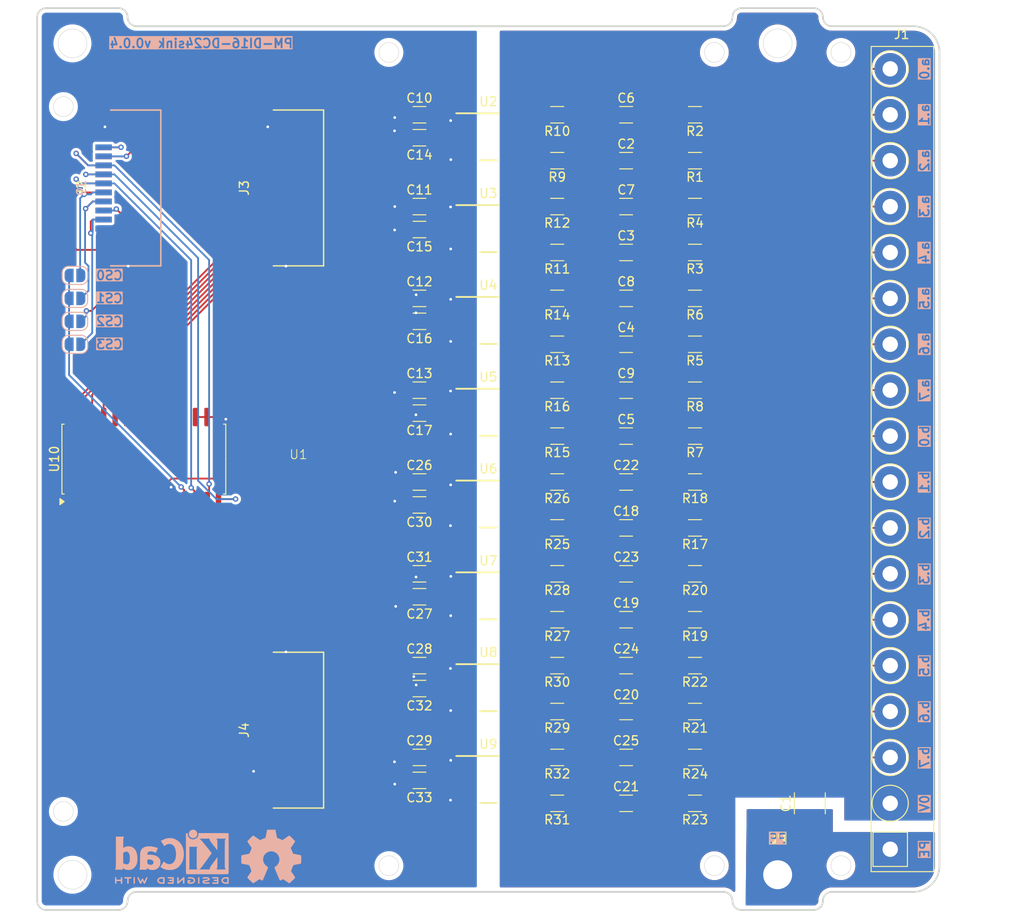
<source format=kicad_pcb>
(kicad_pcb (version 20240108) (generator "pcbnew") (generator_version "8.0")
  (title_block (title "${article} v${version}"))
  (layers (0 "F.Cu" signal) (31 "B.Cu" signal) (34 "B.Paste" user) (35 "F.Paste" user) (36 "B.SilkS" user "B.Silkscreen") (37 "F.SilkS" user "F.Silkscreen") (38 "B.Mask" user) (39 "F.Mask" user) (44 "Edge.Cuts" user))
  (property "article" "PM-DI16-DC24sink")
  (property "version" "0.0.4")
  (net 0 "")
  (net 1 "FGND")
  (net 2 "PE")
  (net 3 "GND")
  (net 4 "/MOSI")
  (net 5 "/MISO")
  (net 6 "/SCK")
  (net 7 "Net-(U2-SENSE2)")
  (net 8 "Net-(U2-SENSE1)")
  (net 9 "Net-(U4-SENSE2)")
  (net 10 "Net-(U4-SENSE1)")
  (net 11 "Net-(U2-IN2)")
  (net 12 "Net-(U2-IN1)")
  (net 13 "Net-(U4-IN2)")
  (net 14 "Net-(U4-IN1)")
  (net 23 "Net-(U3-SENSE2)")
  (net 24 "Net-(U3-SENSE1)")
  (net 25 "Net-(U3-IN2)")
  (net 26 "Net-(U3-IN1)")
  (net 31 "Net-(U6-SENSE2)")
  (net 32 "Net-(U6-SENSE1)")
  (net 33 "Net-(U5-SENSE2)")
  (net 34 "Net-(U5-SENSE1)")
  (net 35 "Net-(U5-IN2)")
  (net 36 "Net-(U5-IN1)")
  (net 41 "Net-(U6-IN2)")
  (net 42 "Net-(U6-IN1)")
  (net 47 "Net-(U7-SENSE2)")
  (net 48 "Net-(U7-SENSE1)")
  (net 49 "Net-(U8-SENSE2)")
  (net 50 "Net-(U8-SENSE1)")
  (net 51 "Net-(U7-IN2)")
  (net 52 "Net-(U7-IN1)")
  (net 53 "Net-(U8-IN2)")
  (net 54 "Net-(U8-IN1)")
  (net 62 "+3.3V")
  (net 64 "Net-(U9-SENSE2)")
  (net 65 "Net-(U9-SENSE1)")
  (net 66 "Net-(U9-IN2)")
  (net 67 "Net-(U9-IN1)")
  (net 73 "/CS")
  (net 74 "/subplates/+5V")
  (net 75 "/a0.0-IS")
  (net 76 "/a0.2-IS")
  (net 77 "/a0.4-IS")
  (net 78 "/a0.1-IS")
  (net 79 "/a0.5-IS")
  (net 80 "/a0.7-IS")
  (net 81 "/a0.6-IS")
  (net 82 "/a0.3-IS")
  (net 83 "/b0.3-IS")
  (net 84 "/b0.2-IS")
  (net 85 "/b0.1-IS")
  (net 86 "/b0.4-IS")
  (net 87 "/b0.0-IS")
  (net 88 "/b0.7-IS")
  (net 89 "/b0.6-IS")
  (net 90 "/b0.5-IS")
  (net 91 "/a0.2")
  (net 92 "/a0.6")
  (net 93 "/b0.5")
  (net 94 "/a0.7")
  (net 95 "/b0.7")
  (net 96 "/a0.5")
  (net 97 "/b0.1")
  (net 98 "/b0.6")
  (net 99 "/b0.4")
  (net 100 "/b0.3")
  (net 101 "/a0.4")
  (net 102 "/b0.0")
  (net 103 "/a0.3")
  (net 104 "/a0.1")
  (net 105 "/b0.2")
  (net 106 "/a0.0")
  (net 108 "/subplates/CS3")
  (net 109 "/subplates/CS2")
  (net 110 "/subplates/CS1")
  (net 111 "/subplates/CS0")
  (footprint "Resistor_SMD:R_1206_3216Metric_Pad1.30x1.75mm_HandSolder" (layer "F.Cu") (at 83.02 67.78 180)
    (property "Reference" "R9")
    (property "Value" "562R")
  )
  (footprint "Capacitor_SMD:C_1206_3216Metric_Pad1.33x1.80mm_HandSolder" (layer "F.Cu") (at 67.78 83.02)
    (property "Reference" "C12")
    (property "Value" "100nF")
  )
  (footprint "kicad_inventree_lib:DBQ0016A_M" (layer "F.Cu") (at 75.4 85.56)
    (property "Reference" "U4")
    (property "Value" "ISO1212DBQ")
  )
  (footprint "Capacitor_SMD:C_1206_3216Metric_Pad1.33x1.80mm_HandSolder" (layer "F.Cu") (at 90.64 108.42)
    (property "Reference" "C18")
    (property "Value" "330nF")
  )
  (footprint "Resistor_SMD:R_1206_3216Metric_Pad1.30x1.75mm_HandSolder" (layer "F.Cu") (at 83.02 113.5 180)
    (property "Reference" "R28")
    (property "Value" "562R")
  )
  (footprint "Resistor_SMD:R_1206_3216Metric_Pad1.30x1.75mm_HandSolder" (layer "F.Cu") (at 98.26 77.94 180)
    (property "Reference" "R3")
    (property "Value" "1k")
  )
  (footprint "Capacitor_SMD:C_1206_3216Metric_Pad1.33x1.80mm_HandSolder" (layer "F.Cu") (at 90.64 77.94)
    (property "Reference" "C3")
    (property "Value" "330nF")
  )
  (footprint "Resistor_SMD:R_1206_3216Metric_Pad1.30x1.75mm_HandSolder" (layer "F.Cu") (at 98.26 133.82 180)
    (property "Reference" "R24")
    (property "Value" "1k")
  )
  (footprint "Capacitor_SMD:C_1206_3216Metric_Pad1.33x1.80mm_HandSolder" (layer "F.Cu") (at 90.64 72.86)
    (property "Reference" "C7")
    (property "Value" "330nF")
  )
  (footprint "Resistor_SMD:R_1206_3216Metric_Pad1.30x1.75mm_HandSolder" (layer "F.Cu") (at 98.26 88.1 180)
    (property "Reference" "R5")
    (property "Value" "1k")
  )
  (footprint "Capacitor_SMD:C_1206_3216Metric_Pad1.33x1.80mm_HandSolder" (layer "F.Cu") (at 67.78 133.82)
    (property "Reference" "C29")
    (property "Value" "100nF")
  )
  (footprint "Resistor_SMD:R_1206_3216Metric_Pad1.30x1.75mm_HandSolder" (layer "F.Cu") (at 83.02 128.74 180)
    (property "Reference" "R29")
    (property "Value" "562R")
  )
  (footprint "Resistor_SMD:R_1206_3216Metric_Pad1.30x1.75mm_HandSolder" (layer "F.Cu") (at 98.26 93.18 180)
    (property "Reference" "R8")
    (property "Value" "1k")
  )
  (footprint "Capacitor_SMD:C_1206_3216Metric_Pad1.33x1.80mm_HandSolder" (layer "F.Cu") (at 90.64 103.34)
    (property "Reference" "C22")
    (property "Value" "330nF")
  )
  (footprint "Capacitor_SMD:C_1206_3216Metric_Pad1.33x1.80mm_HandSolder" (layer "F.Cu") (at 67.78 123.66)
    (property "Reference" "C28")
    (property "Value" "100nF")
  )
  (footprint "Capacitor_SMD:C_1206_3216Metric_Pad1.33x1.80mm_HandSolder" (layer "F.Cu") (at 90.64 98.26)
    (property "Reference" "C5")
    (property "Value" "330nF")
  )
  (footprint "Capacitor_SMD:C_1206_3216Metric_Pad1.33x1.80mm_HandSolder" (layer "F.Cu") (at 67.78 95.72)
    (property "Reference" "C17")
    (property "Value" "1uF")
  )
  (footprint "Capacitor_SMD:C_1206_3216Metric_Pad1.33x1.80mm_HandSolder" (layer "F.Cu") (at 90.64 123.66)
    (property "Reference" "C24")
    (property "Value" "330nF")
  )
  (footprint "kicad_inventree_lib:MountingHole_M3" (layer "F.Cu") (at 29.4 146.8)
    (property "Reference" "H1" (hide yes))
    (property "Value" "MountingHole_M3")
    (fp_circle (center 0 0) (end 1.6 0) (stroke (width 0.05)) (fill none) (layer "Edge.Cuts"))
  )
  (footprint "Resistor_SMD:R_1206_3216Metric_Pad1.30x1.75mm_HandSolder" (layer "F.Cu") (at 98.26 113.5 180)
    (property "Reference" "R20")
    (property "Value" "1k")
  )
  (footprint "Resistor_SMD:R_1206_3216Metric_Pad1.30x1.75mm_HandSolder" (layer "F.Cu") (at 83.02 93.18 180)
    (property "Reference" "R16")
    (property "Value" "562R")
  )
  (footprint "kicad_inventree_lib:CONN10_AFA07-S10_JUS" (layer "F.Cu") (at 54.4 70.8 90)
    (property "Reference" "J3")
    (property "Value" "AFA07-S10FCC-00")
  )
  (footprint "Resistor_SMD:R_1206_3216Metric_Pad1.30x1.75mm_HandSolder" (layer "F.Cu") (at 83.02 77.94 180)
    (property "Reference" "R11")
    (property "Value" "562R")
  )
  (footprint "kicad_inventree_lib:DBQ0016A_M" (layer "F.Cu") (at 75.4 126.2)
    (property "Reference" "U8")
    (property "Value" "ISO1212DBQ")
  )
  (footprint "kicad_inventree_lib:MountingHole_M3" (layer "F.Cu") (at 107.4 54.8)
    (property "Reference" "H3" (hide yes))
    (property "Value" "MountingHole_M3")
    (fp_circle (center 0 0) (end 1.6 0) (stroke (width 0.05)) (fill none) (layer "Edge.Cuts"))
  )
  (footprint "Capacitor_SMD:C_1206_3216Metric_Pad1.33x1.80mm_HandSolder" (layer "F.Cu") (at 67.78 65.24)
    (property "Reference" "C14")
    (property "Value" "1uF")
  )
  (footprint "Resistor_SMD:R_1206_3216Metric_Pad1.30x1.75mm_HandSolder" (layer "F.Cu") (at 98.26 67.78 180)
    (property "Reference" "R1")
    (property "Value" "1k")
  )
  (footprint "Capacitor_SMD:C_1206_3216Metric_Pad1.33x1.80mm_HandSolder" (layer "F.Cu") (at 90.64 88.1)
    (property "Reference" "C4")
    (property "Value" "330nF")
  )
  (footprint "Capacitor_SMD:C_1206_3216Metric_Pad1.33x1.80mm_HandSolder" (layer "F.Cu") (at 90.64 128.74)
    (property "Reference" "C20")
    (property "Value" "330nF")
  )
  (footprint "kicad_inventree_lib:PE" (layer "F.Cu") (at 107.4 146.8)
    (property "Reference" "PE1" (hide yes))
    (property "Value" "PE")
  )
  (footprint "Resistor_SMD:R_1206_3216Metric_Pad1.30x1.75mm_HandSolder" (layer "F.Cu") (at 83.02 123.66 180)
    (property "Reference" "R30")
    (property "Value" "562R")
  )
  (footprint "Capacitor_SMD:C_1206_3216Metric_Pad1.33x1.80mm_HandSolder" (layer "F.Cu") (at 67.78 113.5)
    (property "Reference" "C31")
    (property "Value" "1uF")
  )
  (footprint "Resistor_SMD:R_1206_3216Metric_Pad1.30x1.75mm_HandSolder" (layer "F.Cu") (at 98.26 103.34 180)
    (property "Reference" "R18")
    (property "Value" "1k")
  )
  (footprint "NextPCB:Degson_2EDGR-5.08-18P" (layer "F.Cu") (at 119.85 143.98 90)
    (property "Reference" "J1")
    (property "Value" "2EDGR-5.08-18P")
  )
  (footprint "Capacitor_SMD:C_1206_3216Metric_Pad1.33x1.80mm_HandSolder" (layer "F.Cu") (at 90.64 67.78)
    (property "Reference" "C2")
    (property "Value" "330nF")
  )
  (footprint "Resistor_SMD:R_1206_3216Metric_Pad1.30x1.75mm_HandSolder" (layer "F.Cu") (at 83.02 62.7 180)
    (property "Reference" "R10")
    (property "Value" "562R")
  )
  (footprint "Resistor_SMD:R_1206_3216Metric_Pad1.30x1.75mm_HandSolder" (layer "F.Cu") (at 98.26 108.42 180)
    (property "Reference" "R17")
    (property "Value" "1k")
  )
  (footprint "kicad_inventree_lib:CONN10_AFA07-S10_JUS" (layer "F.Cu") (at 54.4 130.8 90)
    (property "Reference" "J4")
    (property "Value" "AFA07-S10FCC-00")
  )
  (footprint "kicad_inventree_lib:DBQ0016A_M" (layer "F.Cu") (at 75.4 116.04)
    (property "Reference" "U7")
    (property "Value" "ISO1212DBQ")
  )
  (footprint "Capacitor_SMD:C_1206_3216Metric_Pad1.33x1.80mm_HandSolder" (layer "F.Cu") (at 67.78 93.18)
    (property "Reference" "C13")
    (property "Value" "100nF")
  )
  (footprint "Package_SO:SOIC-28W_7.5x17.9mm_P1.27mm" (layer "F.Cu") (at 37.3 100.8 90)
    (property "Reference" "U10")
    (property "Value" "MCP23S17_SO")
  )
  (footprint "Resistor_SMD:R_1206_3216Metric_Pad1.30x1.75mm_HandSolder" (layer "F.Cu") (at 83.02 72.86 180)
    (property "Reference" "R12")
    (property "Value" "562R")
  )
  (footprint "Capacitor_SMD:C_1206_3216Metric_Pad1.33x1.80mm_HandSolder" (layer "F.Cu") (at 90.64 83.02)
    (property "Reference" "C8")
    (property "Value" "330nF")
  )
  (footprint "Resistor_SMD:R_1206_3216Metric_Pad1.30x1.75mm_HandSolder" (layer "F.Cu") (at 98.26 128.74 180)
    (property "Reference" "R21")
    (property "Value" "1k")
  )
  (footprint "Capacitor_SMD:C_1206_3216Metric_Pad1.33x1.80mm_HandSolder" (layer "F.Cu") (at 90.64 138.9)
    (property "Reference" "C21")
    (property "Value" "330nF")
  )
  (footprint "Resistor_SMD:R_1206_3216Metric_Pad1.30x1.75mm_HandSolder" (layer "F.Cu") (at 98.26 83.02 180)
    (property "Reference" "R6")
    (property "Value" "1k")
  )
  (footprint "Resistor_SMD:R_1206_3216Metric_Pad1.30x1.75mm_HandSolder" (layer "F.Cu") (at 83.02 103.34 180)
    (property "Reference" "R26")
    (property "Value" "562R")
  )
  (footprint "Capacitor_SMD:C_1206_3216Metric_Pad1.33x1.80mm_HandSolder" (layer "F.Cu") (at 67.78 116.04)
    (property "Reference" "C27")
    (property "Value" "100nF")
  )
  (footprint "Resistor_SMD:R_1206_3216Metric_Pad1.30x1.75mm_HandSolder" (layer "F.Cu") (at 98.26 72.86 180)
    (property "Reference" "R4")
    (property "Value" "1k")
  )
  (footprint "Capacitor_SMD:C_1812_4532Metric_Pad1.57x3.40mm_HandSolder" (layer "F.Cu") (at 110.96 138.9 90)
    (property "Reference" "C1")
    (property "Value" "4.7nF 2kV")
  )
  (footprint "Resistor_SMD:R_1206_3216Metric_Pad1.30x1.75mm_HandSolder" (layer "F.Cu") (at 98.26 62.7 180)
    (property "Reference" "R2")
    (property "Value" "1k")
  )
  (footprint "Resistor_SMD:R_1206_3216Metric_Pad1.30x1.75mm_HandSolder" (layer "F.Cu") (at 98.26 98.26 180)
    (property "Reference" "R7")
    (property "Value" "1k")
  )
  (footprint "kicad_inventree_lib:PM-LED_v0.0.2" (layer "F.Cu") (at 110.4 100.8)
    (property "Reference" "U11" (hide yes))
    (property "Value" "PM-LED8_v0.0.2")
    (fp_circle (center -10 -45) (end -8.9 -45) (stroke (width 0.05)) (fill none) (layer "Edge.Cuts"))
    (fp_circle (center -10 45) (end -8.9 45) (stroke (width 0.05)) (fill none) (layer "Edge.Cuts"))
    (fp_circle (center 4 -45) (end 5.1 -45) (stroke (width 0.05)) (fill none) (layer "Edge.Cuts"))
    (fp_circle (center 4 45) (end 5.1 45) (stroke (width 0.05)) (fill none) (layer "Edge.Cuts"))
  )
  (footprint "Capacitor_SMD:C_1206_3216Metric_Pad1.33x1.80mm_HandSolder" (layer "F.Cu") (at 67.78 75.4)
    (property "Reference" "C15")
    (property "Value" "1uF")
  )
  (footprint "Capacitor_SMD:C_1206_3216Metric_Pad1.33x1.80mm_HandSolder" (layer "F.Cu") (at 90.64 113.5)
    (property "Reference" "C23")
    (property "Value" "330nF")
  )
  (footprint "Resistor_SMD:R_1206_3216Metric_Pad1.30x1.75mm_HandSolder" (layer "F.Cu") (at 83.02 133.82 180)
    (property "Reference" "R32")
    (property "Value" "562R")
  )
  (footprint "Capacitor_SMD:C_1206_3216Metric_Pad1.33x1.80mm_HandSolder" (layer "F.Cu") (at 90.64 133.82)
    (property "Reference" "C25")
    (property "Value" "330nF")
  )
  (footprint "Capacitor_SMD:C_1206_3216Metric_Pad1.33x1.80mm_HandSolder" (layer "F.Cu") (at 67.78 126.2)
    (property "Reference" "C32")
    (property "Value" "1uF")
  )
  (footprint "Capacitor_SMD:C_1206_3216Metric_Pad1.33x1.80mm_HandSolder" (layer "F.Cu") (at 67.78 72.86)
    (property "Reference" "C11")
    (property "Value" "100nF")
  )
  (footprint "Capacitor_SMD:C_1206_3216Metric_Pad1.33x1.80mm_HandSolder" (layer "F.Cu") (at 67.78 62.7)
    (property "Reference" "C10")
    (property "Value" "100nF")
  )
  (footprint "kicad_inventree_lib:DBQ0016A_M" (layer "F.Cu") (at 75.4 105.88)
    (property "Reference" "U6")
    (property "Value" "ISO1212DBQ")
  )
  (footprint "Capacitor_SMD:C_1206_3216Metric_Pad1.33x1.80mm_HandSolder" (layer "F.Cu") (at 67.78 85.56)
    (property "Reference" "C16")
    (property "Value" "1uF")
  )
  (footprint "Resistor_SMD:R_1206_3216Metric_Pad1.30x1.75mm_HandSolder" (layer "F.Cu") (at 83.02 118.58 180)
    (property "Reference" "R27")
    (property "Value" "562R")
  )
  (footprint "Capacitor_SMD:C_1206_3216Metric_Pad1.33x1.80mm_HandSolder" (layer "F.Cu") (at 90.64 93.18)
    (property "Reference" "C9")
    (property "Value" "330nF")
  )
  (footprint "kicad_inventree_lib:MountingHole_M3" (layer "F.Cu") (at 29.4 54.8)
    (property "Reference" "H2" (hide yes))
    (property "Value" "MountingHole_M3")
    (fp_circle (center 0 0) (end 1.6 0) (stroke (width 0.05)) (fill none) (layer "Edge.Cuts"))
  )
  (footprint "Capacitor_SMD:C_1206_3216Metric_Pad1.33x1.80mm_HandSolder" (layer "F.Cu") (at 67.78 105.88)
    (property "Reference" "C30")
    (property "Value" "1uF")
  )
  (footprint "kicad_inventree_lib:DBQ0016A_M" (layer "F.Cu") (at 75.4 75.4)
    (property "Reference" "U3")
    (property "Value" "ISO1212DBQ")
  )
  (footprint "Capacitor_SMD:C_1206_3216Metric_Pad1.33x1.80mm_HandSolder" (layer "F.Cu") (at 90.64 62.7)
    (property "Reference" "C6")
    (property "Value" "330nF")
  )
  (footprint "Resistor_SMD:R_1206_3216Metric_Pad1.30x1.75mm_HandSolder" (layer "F.Cu") (at 83.02 98.26 180)
    (property "Reference" "R15")
    (property "Value" "562R")
  )
  (footprint "kicad_inventree_lib:DBQ0016A_M" (layer "F.Cu") (at 75.4 95.72)
    (property "Reference" "U5")
    (property "Value" "ISO1212DBQ")
  )
  (footprint "kicad_inventree_lib:DBQ0016A_M" (layer "F.Cu") (at 75.4 136.36)
    (property "Reference" "U9")
    (property "Value" "ISO1212DBQ")
  )
  (footprint "kicad_inventree_lib:DBQ0016A_M" (layer "F.Cu") (at 75.4 65.24)
    (property "Reference" "U2")
    (property "Value" "ISO1212DBQ")
  )
  (footprint "kicad_inventree_lib:CONN10_AFA07-S10_JUS" (layer "F.Cu") (at 36.4 70.8 90)
    (property "Reference" "J2")
    (property "Value" "AFA07-S10FCC-00")
  )
  (footprint "Resistor_SMD:R_1206_3216Metric_Pad1.30x1.75mm_HandSolder" (layer "F.Cu") (at 83.02 138.9 180)
    (property "Reference" "R31")
    (property "Value" "562R")
  )
  (footprint "Capacitor_SMD:C_1206_3216Metric_Pad1.33x1.80mm_HandSolder" (layer "F.Cu") (at 67.78 136.36)
    (property "Reference" "C33")
    (property "Value" "1uF")
  )
  (footprint "Resistor_SMD:R_1206_3216Metric_Pad1.30x1.75mm_HandSolder" (layer "F.Cu") (at 83.02 88.1 180)
    (property "Reference" "R13")
    (property "Value" "562R")
  )
  (footprint "Resistor_SMD:R_1206_3216Metric_Pad1.30x1.75mm_HandSolder" (layer "F.Cu") (at 83.02 108.42 180)
    (property "Reference" "R25")
    (property "Value" "562R")
  )
  (footprint "Resistor_SMD:R_1206_3216Metric_Pad1.30x1.75mm_HandSolder" (layer "F.Cu") (at 83.02 83.02 180)
    (property "Reference" "R14")
    (property "Value" "562R")
  )
  (footprint "Capacitor_SMD:C_1206_3216Metric_Pad1.33x1.80mm_HandSolder" (layer "F.Cu") (at 67.78 103.34)
    (property "Reference" "C26")
    (property "Value" "100nF")
  )
  (footprint "Resistor_SMD:R_1206_3216Metric_Pad1.30x1.75mm_HandSolder" (layer "F.Cu") (at 98.26 138.9 180)
    (property "Reference" "R23")
    (property "Value" "1k")
  )
  (footprint "Resistor_SMD:R_1206_3216Metric_Pad1.30x1.75mm_HandSolder" (layer "F.Cu") (at 98.26 118.58 180)
    (property "Reference" "R19")
    (property "Value" "1k")
  )
  (footprint "Resistor_SMD:R_1206_3216Metric_Pad1.30x1.75mm_HandSolder" (layer "F.Cu") (at 98.26 123.66 180)
    (property "Reference" "R22")
    (property "Value" "1k")
  )
  (footprint "kicad_inventree_lib:PM-ESP32C3_v0.0.3" (layer "F.Cu") (at 54.4 100.8)
    (property "Reference" "U1")
    (property "Value" "~")
    (fp_circle (center -26 -39) (end -24.9 -39) (stroke (width 0.05)) (fill none) (layer "Edge.Cuts"))
    (fp_circle (center -26 39) (end -24.9 39) (stroke (width 0.05)) (fill none) (layer "Edge.Cuts"))
    (fp_circle (center 10 -45) (end 11.1 -45) (stroke (width 0.05)) (fill none) (layer "Edge.Cuts"))
    (fp_circle (center 10 45) (end 11.1 45) (stroke (width 0.05)) (fill none) (layer "Edge.Cuts"))
  )
  (footprint "Capacitor_SMD:C_1206_3216Metric_Pad1.33x1.80mm_HandSolder" (layer "F.Cu") (at 90.64 118.58)
    (property "Reference" "C19")
    (property "Value" "330nF")
  )
  (footprint "Symbol:OSHW-Symbol_6.7x6mm_SilkScreen" (layer "B.Cu") (at 51.4 144.8 180)
    (property "Reference" "oshw_logo" (hide yes))
    (property "Value" "OSHW-Symbol_6.7x6mm_SilkScreen" (hide yes))
  )
  (footprint "Jumper:SolderJumper-2_P1.3mm_Open_RoundedPad1.0x1.5mm" (layer "B.Cu") (at 29.68 80.48 180)
    (property "Reference" "JP1" (hide yes))
    (property "Value" "SolderJumper_2_Open")
  )
  (footprint "Jumper:SolderJumper-2_P1.3mm_Open_RoundedPad1.0x1.5mm" (layer "B.Cu") (at 29.68 88.1 180)
    (property "Reference" "JP4" (hide yes))
    (property "Value" "SolderJumper_2_Open")
  )
  (footprint "Jumper:SolderJumper-2_P1.3mm_Open_RoundedPad1.0x1.5mm" (layer "B.Cu") (at 29.68 83.02 180)
    (property "Reference" "JP2" (hide yes))
    (property "Value" "SolderJumper_2_Open")
  )
  (footprint "kicad_inventree_lib:CONN10_AFA07-S10_JUS" (layer "B.Cu") (at 36.4 70.8 -90)
    (property "Reference" "J9")
    (property "Value" "AFA07-S10FCC-00")
  )
  (footprint "Jumper:SolderJumper-2_P1.3mm_Open_RoundedPad1.0x1.5mm" (layer "B.Cu") (at 29.68 85.56 180)
    (property "Reference" "JP3" (hide yes))
    (property "Value" "SolderJumper_2_Open")
  )
  (footprint "Symbol:KiCad-Logo2_5mm_SilkScreen" (layer "B.Cu") (at 40.4 144.8 180)
    (property "Reference" "kicad_logo" (hide yes))
    (property "Value" "KiCad-Logo2_5mm_SilkScreen" (hide yes))
  )
  (gr_arc (start 102.4 51.9) (mid 102.692893 51.192893) (end 103.4 50.9) (stroke (width 0.2)) (layer "Edge.Cuts"))
  (gr_arc (start 26.5 150.7) (mid 25.792893 150.407107) (end 25.5 149.7) (stroke (width 0.2)) (layer "Edge.Cuts"))
  (gr_line (start 125.3 55.8) (end 125.3 145.8) (stroke (width 0.2)) (layer "Edge.Cuts"))
  (gr_arc (start 112.4 149.7) (mid 112.692893 148.992893) (end 113.4 148.7) (stroke (width 0.2)) (layer "Edge.Cuts"))
  (gr_line (start 36.5 52.9) (end 101.4 52.9) (stroke (width 0.2)) (layer "Edge.Cuts"))
  (gr_arc (start 112.4 149.7) (mid 112.107107 150.407107) (end 111.4 150.7) (stroke (width 0.2)) (layer "Edge.Cuts"))
  (gr_line (start 122.4 52.9) (end 113.4 52.9) (stroke (width 0.2)) (layer "Edge.Cuts"))
  (gr_arc (start 103.4 150.7) (mid 102.692893 150.407107) (end 102.4 149.7) (stroke (width 0.2)) (layer "Edge.Cuts"))
  (gr_line (start 101.4 148.7) (end 36.5 148.7) (stroke (width 0.2)) (layer "Edge.Cuts"))
  (gr_arc (start 113.4 52.9) (mid 112.692893 52.607107) (end 112.4 51.9) (stroke (width 0.2)) (layer "Edge.Cuts"))
  (gr_line (start 26.5 50.9) (end 34.5 50.9) (stroke (width 0.2)) (layer "Edge.Cuts"))
  (gr_arc (start 34.5 50.9) (mid 35.207107 51.192893) (end 35.5 51.9) (stroke (width 0.2)) (layer "Edge.Cuts"))
  (gr_arc (start 101.4 148.7) (mid 102.107107 148.992893) (end 102.4 149.7) (stroke (width 0.2)) (layer "Edge.Cuts"))
  (gr_line (start 113.4 148.7) (end 122.4 148.7) (stroke (width 0.2)) (layer "Edge.Cuts"))
  (gr_line (start 25.5 51.9) (end 25.5 149.7) (stroke (width 0.2)) (layer "Edge.Cuts"))
  (gr_arc (start 125.3 145.8) (mid 124.45061 147.85061) (end 122.4 148.7) (stroke (width 0.2)) (layer "Edge.Cuts"))
  (gr_arc (start 122.4 52.9) (mid 124.45061 53.74939) (end 125.3 55.8) (stroke (width 0.2)) (layer "Edge.Cuts"))
  (gr_arc (start 36.5 52.9) (mid 35.792893 52.607107) (end 35.5 51.9) (stroke (width 0.2)) (layer "Edge.Cuts"))
  (gr_arc (start 25.5 51.9) (mid 25.792893 51.192893) (end 26.5 50.9) (stroke (width 0.2)) (layer "Edge.Cuts"))
  (gr_arc (start 35.5 149.7) (mid 35.207107 150.407107) (end 34.5 150.7) (stroke (width 0.2)) (layer "Edge.Cuts"))
  (gr_arc (start 35.5 149.7) (mid 35.792893 148.992893) (end 36.5 148.7) (stroke (width 0.2)) (layer "Edge.Cuts"))
  (gr_line (start 111.4 50.9) (end 103.4 50.9) (stroke (width 0.2)) (layer "Edge.Cuts"))
  (gr_arc (start 111.4 50.9) (mid 112.107107 51.192893) (end 112.4 51.9) (stroke (width 0.2)) (layer "Edge.Cuts"))
  (gr_line (start 26.5 150.7) (end 34.5 150.7) (stroke (width 0.2)) (layer "Edge.Cuts"))
  (gr_line (start 103.4 150.7) (end 111.4 150.7) (stroke (width 0.2)) (layer "Edge.Cuts"))
  (gr_arc (start 102.4 51.9) (mid 102.107107 52.607107) (end 101.4 52.9) (stroke (width 0.2)) (layer "Edge.Cuts"))
  (gr_text "b.0" (at 123.66 98.26 90) (layer "B.SilkS" knockout) (effects (font (size 1 1) (thickness 0.2) (bold yes)) (justify mirror)))
  (gr_text "a.2" (at 123.66 67.78 90) (layer "B.SilkS" knockout) (effects (font (size 1 1) (thickness 0.2) (bold yes)) (justify mirror)))
  (gr_text "a.5" (at 123.66 83.02 90) (layer "B.SilkS" knockout) (effects (font (size 1 1) (thickness 0.2) (bold yes)) (justify mirror)))
  (gr_text "a.6" (at 123.66 88.1 90) (layer "B.SilkS" knockout) (effects (font (size 1 1) (thickness 0.2) (bold yes)) (justify mirror)))
  (gr_text "CS3" (at 33.49 88.1 0) (layer "B.SilkS" knockout) (effects (font (size 1 1) (thickness 0.2) (bold yes)) (justify mirror)))
  (gr_text "PE" (at 123.66 143.98 90) (layer "B.SilkS" knockout) (effects (font (size 1 1) (thickness 0.2) (bold yes)) (justify mirror)))
  (gr_text "0V" (at 123.66 138.9 90) (layer "B.SilkS" knockout) (effects (font (size 1 1) (thickness 0.2) (bold yes)) (justify mirror)))
  (gr_text "a.4" (at 123.66 77.94 90) (layer "B.SilkS" knockout) (effects (font (size 1 1) (thickness 0.2) (bold yes)) (justify mirror)))
  (gr_text "CS0" (at 33.49 80.48 -0) (layer "B.SilkS" knockout) (effects (font (size 1 1) (thickness 0.2) (bold yes)) (justify mirror)))
  (gr_text "b.3" (at 123.66 113.5 90) (layer "B.SilkS" knockout) (effects (font (size 1 1) (thickness 0.2) (bold yes)) (justify mirror)))
  (gr_text "b.1" (at 123.66 103.34 90) (layer "B.SilkS" knockout) (effects (font (size 1 1) (thickness 0.2) (bold yes)) (justify mirror)))
  (gr_text "a.0" (at 123.66 57.62 90) (layer "B.SilkS" knockout) (effects (font (size 1 1) (thickness 0.2) (bold yes)) (justify mirror)))
  (gr_text "CS1" (at 33.49 83.02 0) (layer "B.SilkS" knockout) (effects (font (size 1 1) (thickness 0.2) (bold yes)) (justify mirror)))
  (gr_text "b.5" (at 123.66 123.66 90) (layer "B.SilkS" knockout) (effects (font (size 1 1) (thickness 0.2) (bold yes)) (justify mirror)))
  (gr_text "CS2" (at 33.49 85.56 0) (layer "B.SilkS" knockout) (effects (font (size 1 1) (thickness 0.2) (bold yes)) (justify mirror)))
  (gr_text "a.7" (at 123.66 93.18 90) (layer "B.SilkS" knockout) (effects (font (size 1 1) (thickness 0.2) (bold yes)) (justify mirror)))
  (gr_text "b.7" (at 123.66 133.82 90) (layer "B.SilkS" knockout) (effects (font (size 1 1) (thickness 0.2) (bold yes)) (justify mirror)))
  (gr_text "b.4" (at 123.66 118.58 90) (layer "B.SilkS" knockout) (effects (font (size 1 1) (thickness 0.2) (bold yes)) (justify mirror)))
  (gr_text "a.1" (at 123.66 62.7 90) (layer "B.SilkS" knockout) (effects (font (size 1 1) (thickness 0.2) (bold yes)) (justify mirror)))
  (gr_text "${article} v${version}" (at 33.4 54.8 0) (layer "B.SilkS" knockout) (effects (font (size 1 1) (thickness 0.2) (bold yes)) (justify right mirror)))
  (gr_text "a.3" (at 123.66 72.86 90) (layer "B.SilkS" knockout) (effects (font (size 1 1) (thickness 0.2) (bold yes)) (justify mirror)))
  (gr_text "b.6" (at 123.66 128.74 90) (layer "B.SilkS" knockout) (effects (font (size 1 1) (thickness 0.2) (bold yes)) (justify mirror)))
  (gr_text "PE" (at 107.4 142.8 -0) (layer "B.SilkS" knockout) (effects (font (size 1 1) (thickness 0.2) (bold yes)) (justify mirror)))
  (gr_text "b.2" (at 123.66 108.42 90) (layer "B.SilkS" knockout) (effects (font (size 1 1) (thickness 0.2) (bold yes)) (justify mirror)))
  (gr_text "PE" (at 107.4 142.8 0) (layer "F.SilkS" knockout) (effects (font (size 1 1) (thickness 0.2) (bold yes))))
  (segment (start 71.2369 77.5502) (end 71.376 77.5502) (width 0.2) (layer "F.Cu") (net 3))
  (segment (start 67.3922 95.9036) (end 66.4011 95.9036) (width 0.2) (layer "F.Cu") (net 3))
  (segment (start 66.2175 123.9364) (end 66.2175 123.66) (width 0.2) (layer "F.Cu") (net 3))
  (segment (start 35.57 79.4541) (end 35.363 79.2471) (width 0.2) (layer "F.Cu") (net 3))
  (segment (start 50.844 135.299991) (end 50.844 135.480001) (width 0.2) (layer "F.Cu") (net 3))
  (segment (start 65.0278 93.4374) (end 65.9601 93.4374) (width 0.2) (layer "F.Cu") (net 3))
  (segment (start 65.0469 136.777) (end 65.8005 136.777) (width 0.2) (layer "F.Cu") (net 3))
  (segment (start 29.898002 77.650002) (end 27.575695 75.327695) (width 0.2) (layer "F.Cu") (net 3))
  (segment (start 72.575 83.3375) (end 71.4483 83.3375) (width 0.2) (layer "F.Cu") (net 3))
  (segment (start 71.321 118.1352) (end 71.4483 118.2625) (width 0.2) (layer "F.Cu") (net 3))
  (segment (start 67.1545 84.623) (end 66.2175 85.56) (width 0.2) (layer "F.Cu") (net 3))
  (segment (start 72.575 138.5825) (end 71.4483 138.5825) (width 0.2) (layer "F.Cu") (net 3))
  (segment (start 50.844 75.299991) (end 50.844 75.480001) (width 0.2) (layer "F.Cu") (net 3))
  (segment (start 71.4153 113.7845) (end 71.4483 113.8175) (width 0.2) (layer "F.Cu") (net 3))
  (segment (start 71.2474 113.7845) (end 71.4153 113.7845) (width 0.2) (layer "F.Cu") (net 3))
  (segment (start 72.575 118.2625) (end 71.4483 118.2625) (width 0.2) (layer "F.Cu") (net 3))
  (segment (start 30.208002 63.949998) (end 35.014001 63.949998) (width 0.2) (layer "F.Cu") (net 3))
  (segment (start 67.3891 84.623) (end 67.1545 84.623) (width 0.2) (layer "F.Cu") (net 3))
  (segment (start 65.0464 105.4615) (end 65.799 105.4615) (width 0.2) (layer "F.Cu") (net 3))
  (segment (start 65.799 105.4615) (end 66.2175 105.88) (width 0.2) (layer "F.Cu") (net 3))
  (segment (start 71.4481 103.6577) (end 71.4483 103.6575) (width 0.2) (layer "F.Cu") (net 3))
  (segment (start 71.2143 108.1739) (end 71.3769 108.1739) (width 0.2) (layer "F.Cu") (net 3))
  (segment (start 53.014 123.95) (end 53.014 122.1441) (width 0.2) (layer "F.Cu") (net 3))
  (segment (start 71.4483 63.1315) (end 71.4483 63.0175) (width 0.2) (layer "F.Cu") (net 3))
  (segment (start 35.363 79.2471) (end 35.014 79.2471) (width 0.2) (layer "F.Cu") (net 3))
  (segment (start 67.4168 125.7998) (end 66.6177 125.7998) (width 0.2) (layer "F.Cu") (net 3))
  (segment (start 45.555 96.15) (end 44.285 96.15) (width 0.2) (layer "F.Cu") (net 3))
  (segment (start 66.6177 125.7998) (end 66.2175 126.2) (width 0.2) (layer "F.Cu") (net 3))
  (segment (start 65.9601 93.4374) (end 66.2175 93.18) (width 0.2) (layer "F.Cu") (net 3))
  (segment (start 27.575695 66.582305) (end 30.208002 63.949998) (width 0.2) (layer "F.Cu") (net 3))
  (segment (start 49.436 135.3557) (end 49.5849 135.3557) (width 0.2) (layer "F.Cu") (net 3))
  (segment (start 67.416 82.6224) (end 66.6151 82.6224) (width 0.2) (layer "F.Cu") (net 3))
  (segment (start 72.575 108.1025) (end 71.4483 108.1025) (width 0.2) (layer "F.Cu") (net 3))
  (segment (start 65.9086 63.0089) (end 66.2175 62.7) (width 0.2) (layer "F.Cu") (net 3))
  (segment (start 49.5849 135.3557) (end 49.6406 135.3) (width 0.2) (layer "F.Cu") (net 3))
  (segment (start 40.3103 105.2853) (end 40.475 105.45) (width 0.2) (layer "F.Cu") (net 3))
  (segment (start 72.575 63.0175) (end 71.4483 63.0175) (width 0.2) (layer "F.Cu") (net 3))
  (segment (start 53.014 77.65) (end 53.014 79.4555) (width 0.2) (layer "F.Cu") (net 3))
  (segment (start 66.2157 72.8582) (end 66.2175 72.86) (width 0.2) (layer "F.Cu") (net 3))
  (segment (start 71.2473 67.6635) (end 71.4483 67.4625) (width 0.2) (layer "F.Cu") (net 3))
  (segment (start 51.0016 64.0346) (end 51.1291 64.0346) (width 0.2) (layer "F.Cu") (net 3))
  (segment (start 66.4011 95.9036) (end 66.2175 95.72) (width 0.2) (layer "F.Cu") (net 3))
  (segment (start 72.575 97.9425) (end 71.4483 97.9425) (width 0.2) (layer "F.Cu") (net 3))
  (segment (start 50.844 135.480001) (end 53.014001 137.650002) (width 0.2) (layer "F.Cu") (net 3))
  (segment (start 71.2225 93.2717) (end 71.4483 93.4975) (width 0.2) (layer "F.Cu") (net 3))
  (segment (start 71.233 98.036) (end 71.3548 98.036) (width 0.2) (layer "F.Cu") (net 3))
  (segment (start 27.575695 75.327695) (end 27.575695 66.582305) (width 0.2) (layer "F.Cu") (net 3))
  (segment (start 35.014001 77.650002) (end 29.898002 77.650002) (width 0.2) (layer "F.Cu") (net 3))
  (segment (start 71.2344 63.3454) (end 71.4483 63.1315) (width 0.2) (layer "F.Cu") (net 3))
  (segment (start 32.844 75.480001) (end 35.014001 77.650002) (width 0.2) (layer "F.Cu") (net 3))
  (segment (start 67.1559 124.8748) (end 66.2175 123.9364) (width 0.2) (layer "F.Cu") (net 3))
  (segment (start 45.7928 96.3878) (end 45.555 96.15) (width 0.2) (layer "F.Cu") (net 3))
  (segment (start 72.575 93.4975) (end 71.4483 93.4975) (width 0.2) (layer "F.Cu") (net 3))
  (segment (start 72.575 128.4225) (end 71.4483 128.4225) (width 0.2) (layer "F.Cu") (net 3))
  (segment (start 71.4134 138.5476) (end 71.4483 138.5825) (width 0.2) (layer "F.Cu") (net 3))
  (segment (start 32.844 75.299991) (end 32.844 75.480001) (width 0.2) (layer "F.Cu") (net 3))
  (segment (start 71.2174 138.5476) (end 71.4134 138.5476) (width 0.2) (layer "F.Cu") (net 3))
  (segment (start 65.0259 64.4795) (end 65.457 64.4795) (width 0.2) (layer "F.Cu") (net 3))
  (segment (start 65.1477 102.2702) (end 66.2175 103.34) (width 0.2) (layer "F.Cu") (net 3))
  (segment (start 71.3769 108.1739) (end 71.4483 108.1025) (width 0.2) (layer "F.Cu") (net 3))
  (segment (start 50.844 135.3) (end 49.6406 135.3) (width 0.2) (layer "F.Cu") (net 3))
  (segment (start 71.4483 83.3375) (end 71.234 83.1232) (width 0.2) (layer "F.Cu") (net 3))
  (segment (start 65.0373 75.4494) (end 66.1681 75.4494) (width 0.2) (layer "F.Cu") (net 3))
  (segment (start 65.457 64.4795) (end 66.2175 65.24) (width 0.2) (layer "F.Cu") (net 3))
  (segment (start 51.1291 64.0346) (end 51.2137 63.95) (width 0.2) (layer "F.Cu") (net 3))
  (segment (start 66.6151 82.6224) (end 66.2175 83.02) (width 0.2) (layer "F.Cu") (net 3))
  (segment (start 65.8005 136.777) (end 66.2175 136.36) (width 0.2) (layer "F.Cu") (net 3))
  (segment (start 67.4016 113.8517) (end 66.5692 113.8517) (width 0.2) (layer "F.Cu") (net 3))
  (segment (start 66.1681 75.4494) (end 66.2175 75.4) (width 0.2) (layer "F.Cu") (net 3))
  (segment (start 71.3548 98.036) (end 71.4483 97.9425) (width 0.2) (layer "F.Cu") (net 3))
  (segment (start 71.2077 123.9775) (end 72.575 123.9775) (width 0.2) (layer "F.Cu") (net 3))
  (segment (start 71.2375 134.1375) (end 72.575 134.1375) (width 0.2) (layer "F.Cu") (net 3))
  (segment (start 40.3103 103.9142) (end 40.3103 105.2853) (width 0.2) (layer "F.Cu") (net 3))
  (segment (start 65.0464 63.0089) (end 65.9086 63.0089) (width 0.2) (layer "F.Cu") (net 3))
  (segment (start 71.2343 103.6577) (end 71.4481 103.6577) (width 0.2) (layer "F.Cu") (net 3))
  (segment (start 53.014 63.95) (end 51.2137 63.95) (width 0.2) (layer "F.Cu") (net 3))
  (segment (start 71.2379 128.6329) (end 71.4483 128.4225) (width 0.2) (layer "F.Cu") (net 3))
  (segment (start 72.575 67.4625) (end 71.4483 67.4625) (width 0.2) (layer "F.Cu") (net 3))
  (segment (start 33.1291 64.0346) (end 33.2137 63.95) (width 0.2) (layer "F.Cu") (net 3))
  (segment (start 65.7316 134.3059) (end 66.2175 133.82) (width 0.2) (layer "F.Cu") (net 3))
  (segment (start 72.575 113.8175) (end 71.4483 113.8175) (width 0.2) (layer "F.Cu") (net 3))
  (segment (start 71.4483 73.1775) (end 71.4483 73.1288) (width 0.2) (layer "F.Cu") (net 3))
  (segment (start 71.2381 118.1352) (end 71.321 118.1352) (width 0.2) (layer "F.Cu") (net 3))
  (segment (start 72.575 77.6225) (end 71.4483 77.6225) (width 0.2) (layer "F.Cu") (net 3))
  (segment (start 50.844 75.480001) (end 53.014001 77.650002) (width 0.2) (layer "F.Cu") (net 3))
  (segment (start 66.2175 116.04) (end 65.1527 117.1048) (width 0.2) (layer "F.Cu") (net 3))
  (segment (start 32.9922 64.0346) (end 33.1291 64.0346) (width 0.2) (layer "F.Cu") (net 3))
  (segment (start 72.575 73.1775) (end 71.4483 73.1775) (width 0.2) (layer "F.Cu") (net 3))
  (segment (start 46.3656 96.3878) (end 45.7928 96.3878) (width 0.2) (layer "F.Cu") (net 3))
  (segment (start 71.376 77.5502) (end 71.4483 77.6225) (width 0.2) (layer "F.Cu") (net 3))
  (segment (start 35.014 63.95) (end 33.2137 63.95) (width 0.2) (layer "F.Cu") (net 3))
  (segment (start 65.0211 134.3059) (end 65.7316 134.3059) (width 0.2) (layer "F.Cu") (net 3))
  (segment (start 65.0507 72.8582) (end 66.2157 72.8582) (width 0.2) (layer "F.Cu") (net 3))
  (segment (start 72.575 103.6575) (end 71.4483 103.6575) (width 0.2) (layer "F.Cu") (net 3))
  (segment (start 35.014 77.65) (end 35.014 79.2471) (width 0.2) (layer "F.Cu") (net 3))
  (segment (start 66.5692 113.8517) (end 66.2175 113.5) (width 0.2) (layer "F.Cu") (net 3))
  (segment (start 44.285 96.15) (end 43.015 96.15) (width 0.2) (layer "F.Cu") (net 3))
  (segment (start 71.4483 73.1288) (end 71.2226 72.9031) (width 0.2) (layer "F.Cu") (net 3))
  (segment (start 71.2366 87.7825) (end 72.575 87.7825) (width 0.2) (layer "F.Cu") (net 3))
  (via (at 65.0464 63.0089) (size 0.6) (drill 0.3) (layers "F.Cu" "B.Cu") (net 3))
  (via (at 71.234 83.1232) (size 0.6) (drill 0.3) (layers "F.Cu" "B.Cu") (net 3))
  (via (at 71.2344 63.3454) (size 0.6) (drill 0.3) (layers "F.Cu" "B.Cu") (net 3))
  (via (at 71.2226 72.9031) (size 0.6) (drill 0.3) (layers "F.Cu" "B.Cu") (net 3))
  (via (at 51.0016 64.0346) (size 0.6) (drill 0.3) (layers "F.Cu" "B.Cu") (net 3))
  (via (at 49.436 135.3557) (size 0.6) (drill 0.3) (layers "F.Cu" "B.Cu") (net 3))
  (via (at 71.2379 128.6329) (size 0.6) (drill 0.3) (layers "F.Cu" "B.Cu") (net 3))
  (via (at 67.3922 95.9036) (size 0.6) (drill 0.3) (layers "F.Cu" "B.Cu") (net 3))
  (via (at 67.3891 84.623) (size 0.6) (drill 0.3) (layers "F.Cu" "B.Cu") (net 3))
  (via (at 71.2474 113.7845) (size 0.6) (drill 0.3) (layers "F.Cu" "B.Cu") (net 3))
  (via (at 71.2343 103.6577) (size 0.6) (drill 0.3) (layers "F.Cu" "B.Cu") (net 3))
  (via (at 71.2381 118.1352) (size 0.6) (drill 0.3) (layers "F.Cu" "B.Cu") (net 3))
  (via (at 65.0469 136.777) (size 0.6) (drill 0.3) (layers "F.Cu" "B.Cu") (net 3))
  (via (at 71.2077 123.9775) (size 0.6) (drill 0.3) (layers "F.Cu" "B.Cu") (net 3))
  (via (at 67.1559 124.8748) (size 0.6) (drill 0.3) (layers "F.Cu" "B.Cu") (net 3))
  (via (at 40.3103 103.9142) (size 0.6) (drill 0.3) (layers "F.Cu" "B.Cu") (net 3))
  (via (at 71.2473 67.6635) (size 0.6) (drill 0.3) (layers "F.Cu" "B.Cu") (net 3))
  (via (at 65.0373 75.4494) (size 0.6) (drill 0.3) (layers "F.Cu" "B.Cu") (net 3))
  (via (at 65.0259 64.4795) (size 0.6) (drill 0.3) (layers "F.Cu" "B.Cu") (net 3))
  (via (at 71.2375 134.1375) (size 0.6) (drill 0.3) (layers "F.Cu" "B.Cu") (net 3))
  (via (at 65.1477 102.2702) (size 0.6) (drill 0.3) (layers "F.Cu" "B.Cu") (net 3))
  (via (at 71.2366 87.7825) (size 0.6) (drill 0.3) (layers "F.Cu" "B.Cu") (net 3))
  (via (at 65.0211 134.3059) (size 0.6) (drill 0.3) (layers "F.Cu" "B.Cu") (net 3))
  (via (at 67.416 82.6224) (size 0.6) (drill 0.3) (layers "F.Cu" "B.Cu") (net 3))
  (via (at 65.0464 105.4615) (size 0.6) (drill 0.3) (layers "F.Cu" "B.Cu") (net 3))
  (via (at 35.57 79.4541) (size 0.6) (drill 0.3) (layers "F.Cu" "B.Cu") (net 3))
  (via (at 65.0507 72.8582) (size 0.6) (drill 0.3) (layers "F.Cu" "B.Cu") (net 3))
  (via (at 53.014 79.4555) (size 0.6) (drill 0.3) (layers "F.Cu" "B.Cu") (net 3))
  (via (at 65.1527 117.1048) (size 0.6) (drill 0.3) (layers "F.Cu" "B.Cu") (net 3))
  (via (at 71.233 98.036) (size 0.6) (drill 0.3) (layers "F.Cu" "B.Cu") (net 3))
  (via (at 32.9922 64.0346) (size 0.6) (drill 0.3) (layers "F.Cu" "B.Cu") (net 3))
  (via (at 71.2369 77.5502) (size 0.6) (drill 0.3) (layers "F.Cu" "B.Cu") (net 3))
  (via (at 46.3656 96.3878) (size 0.6) (drill 0.3) (layers "F.Cu" "B.Cu") (net 3))
  (via (at 67.4016 113.8517) (size 0.6) (drill 0.3) (layers "F.Cu" "B.Cu") (net 3))
  (via (at 71.2174 138.5476) (size 0.6) (drill 0.3) (layers "F.Cu" "B.Cu") (net 3))
  (via (at 67.4168 125.7998) (size 0.6) (drill 0.3) (layers "F.Cu" "B.Cu") (net 3))
  (via (at 65.0278 93.4374) (size 0.6) (drill 0.3) (layers "F.Cu" "B.Cu") (net 3))
  (via (at 53.014 122.1441) (size 0.6) (drill 0.3) (layers "F.Cu" "B.Cu") (net 3))
  (via (at 71.2225 93.2717) (size 0.6) (drill 0.3) (layers "F.Cu" "B.Cu") (net 3))
  (via (at 71.2143 108.1739) (size 0.6) (drill 0.3) (layers "F.Cu" "B.Cu") (net 3))
  (segment (start 32.844 75.299991) (end 32.844 75.480001) (width 0.2) (layer "B.Cu") (net 3))
  (segment (start 32.844 75.480001) (end 35.014001 77.650002) (width 0.2) (layer "B.Cu") (net 3))
  (segment (start 44.5178 105.2172) (end 44.5178 103.5627) (width 0.2) (layer "F.Cu") (net 4))
  (segment (start 29.8118 66.9758) (end 31.136 68.3) (width 0.2) (layer "F.Cu") (net 4))
  (segment (start 31.136 68.3) (end 32.844 68.3) (width 0.2) (layer "F.Cu") (net 4))
  (segment (start 44.285 105.45) (end 44.5178 105.2172) (width 0.2) (layer "F.Cu") (net 4))
  (via (at 29.8118 66.9758) (size 0.6) (drill 0.3) (layers "F.Cu" "B.Cu") (net 4))
  (via (at 44.5178 103.5627) (size 0.6) (drill 0.3) (layers "F.Cu" "B.Cu") (net 4))
  (segment (start 44.5178 78.7704) (end 44.5178 103.5627) (width 0.2) (layer "B.Cu") (net 4))
  (segment (start 32.844 68.3) (end 34.0474 68.3) (width 0.2) (layer "B.Cu") (net 4))
  (segment (start 31.136 68.3) (end 32.844 68.3) (width 0.2) (layer "B.Cu") (net 4))
  (segment (start 34.0474 68.3) (end 44.5178 78.7704) (width 0.2) (layer "B.Cu") (net 4))
  (segment (start 29.8118 66.9758) (end 31.136 68.3) (width 0.2) (layer "B.Cu") (net 4))
  (segment (start 32.844 69.3) (end 31.6406 69.3) (width 0.2) (layer "F.Cu") (net 5))
  (segment (start 31.6406 69.3) (end 30.8805 69.3) (width 0.2) (layer "F.Cu") (net 5))
  (segment (start 45.7776 105.2274) (end 45.555 105.45) (width 0.2) (layer "F.Cu") (net 5))
  (segment (start 47.443 105.2274) (end 45.7776 105.2274) (width 0.2) (layer "F.Cu") (net 5))
  (via (at 47.443 105.2274) (size 0.6) (drill 0.3) (layers "F.Cu" "B.Cu") (net 5))
  (via (at 30.8805 69.3) (size 0.6) (drill 0.3) (layers "F.Cu" "B.Cu") (net 5))
  (segment (start 34.0474 69.3) (end 43.3006 78.5532) (width 0.2) (layer "B.Cu") (net 5))
  (segment (start 30.8805 69.3) (end 32.844 69.3) (width 0.2) (layer "B.Cu") (net 5))
  (segment (start 45.3258 105.2274) (end 47.443 105.2274) (width 0.2) (layer "B.Cu") (net 5))
  (segment (start 43.3006 78.5532) (end 43.3006 103.2022) (width 0.2) (layer "B.Cu") (net 5))
  (segment (start 43.3006 103.2022) (end 45.3258 105.2274) (width 0.2) (layer "B.Cu") (net 5))
  (segment (start 32.844 69.3) (end 34.0474 69.3) (width 0.2) (layer "B.Cu") (net 5))
  (segment (start 29.8118 69.8232) (end 30.2886 70.3) (width 0.2) (layer "F.Cu") (net 6))
  (segment (start 43.015 104.4572) (end 42.5321 103.9743) (width 0.2) (layer "F.Cu") (net 6))
  (segment (start 43.015 105.45) (end 43.015 104.4572) (width 0.2) (layer "F.Cu") (net 6))
  (segment (start 30.2886 70.3) (end 32.844 70.3) (width 0.2) (layer "F.Cu") (net 6))
  (via (at 29.8118 69.8232) (size 0.6) (drill 0.3) (layers "F.Cu" "B.Cu") (net 6))
  (via (at 42.5321 103.9743) (size 0.6) (drill 0.3) (layers "F.Cu" "B.Cu") (net 6))
  (segment (start 29.8118 69.8232) (end 30.2886 70.3) (width 0.2) (layer "B.Cu") (net 6))
  (segment (start 34.0474 70.3) (end 42.5321 78.7847) (width 0.2) (layer "B.Cu") (net 6))
  (segment (start 42.5321 78.7847) (end 42.5321 103.9743) (width 0.2) (layer "B.Cu") (net 6))
  (segment (start 32.844 70.3) (end 34.0474 70.3) (width 0.2) (layer "B.Cu") (net 6))
  (segment (start 30.2886 70.3) (end 32.844 70.3) (width 0.2) (layer "B.Cu") (net 6))
  (segment (start 90.33 66.5275) (end 89.0775 67.78) (width 0.2) (layer "F.Cu") (net 7))
  (segment (start 82.9825 66.1925) (end 84.57 67.78) (width 0.2) (layer "F.Cu") (net 7))
  (segment (start 89.0775 67.78) (end 84.57 67.78) (width 0.2) (layer "F.Cu") (net 7))
  (segment (start 78.225 66.1925) (end 82.9825 66.1925) (width 0.2) (layer "F.Cu") (net 7))
  (segment (start 96.71 67.78) (end 95.4575 66.5275) (width 0.2) (layer "F.Cu") (net 7))
  (segment (start 95.4575 66.5275) (end 90.33 66.5275) (width 0.2) (layer "F.Cu") (net 7))
  (segment (start 90.3005 63.923) (end 89.0775 62.7) (width 0.2) (layer "F.Cu") (net 8))
  (segment (start 83.3922 61.5222) (end 80.743 61.5222) (width 0.2) (layer "F.Cu") (net 8))
  (segment (start 95.487 63.923) (end 90.3005 63.923) (width 0.2) (layer "F.Cu") (net 8))
  (segment (start 89.0775 62.7) (end 84.57 62.7) (width 0.2) (layer "F.Cu") (net 8))
  (segment (start 80.743 61.5222) (end 79.3517 62.9135) (width 0.2) (layer "F.Cu") (net 8))
  (segment (start 96.71 62.7) (end 95.487 63.923) (width 0.2) (layer "F.Cu") (net 8))
  (segment (start 84.57 62.7) (end 83.3922 61.5222) (width 0.2) (layer "F.Cu") (net 8))
  (segment (start 78.225 63.0175) (end 79.3517 63.0175) (width 0.2) (layer "F.Cu") (net 8))
  (segment (start 79.3517 62.9135) (end 79.3517 63.0175) (width 0.2) (layer "F.Cu") (net 8))
  (segment (start 84.57 88.1) (end 89.0775 88.1) (width 0.2) (layer "F.Cu") (net 9))
  (segment (start 90.2998 89.3223) (end 95.4877 89.3223) (width 0.2) (layer "F.Cu") (net 9))
  (segment (start 78.225 86.5125) (end 82.9825 86.5125) (width 0.2) (layer "F.Cu") (net 9))
  (segment (start 82.9825 86.5125) (end 84.57 88.1) (width 0.2) (layer "F.Cu") (net 9))
  (segment (start 95.4877 89.3223) (end 96.71 88.1) (width 0.2) (layer "F.Cu") (net 9))
  (segment (start 89.0775 88.1) (end 90.2998 89.3223) (width 0.2) (layer "F.Cu") (net 9))
  (segment (start 90.3457 84.2882) (end 95.4418 84.2882) (width 0.2) (layer "F.Cu") (net 10))
  (segment (start 89.0775 83.02) (end 84.57 83.02) (width 0.2) (layer "F.Cu") (net 10))
  (segment (start 80.7433 81.8419) (end 79.3517 83.2335) (width 0.2) (layer "F.Cu") (net 10))
  (segment (start 83.3919 81.8419) (end 80.7433 81.8419) (width 0.2) (layer "F.Cu") (net 10))
  (segment (start 89.0775 83.02) (end 90.3457 84.2882) (width 0.2) (layer "F.Cu") (net 10))
  (segment (start 79.3517 83.2335) (end 79.3517 83.3375) (width 0.2) (layer "F.Cu") (net 10))
  (segment (start 78.225 83.3375) (end 79.3517 83.3375) (width 0.2) (layer "F.Cu") (net 10))
  (segment (start 95.4418 84.2882) (end 96.71 83.02) (width 0.2) (layer "F.Cu") (net 10))
  (segment (start 84.57 83.02) (end 83.3919 81.8419) (width 0.2) (layer "F.Cu") (net 10))
  (segment (start 78.225 66.8275) (end 80.5175 66.8275) (width 0.2) (layer "F.Cu") (net 11))
  (segment (start 80.5175 66.8275) (end 81.47 67.78) (width 0.2) (layer "F.Cu") (net 11))
  (segment (start 80.5175 63.6525) (end 78.225 63.6525) (width 0.2) (layer "F.Cu") (net 12))
  (segment (start 81.47 62.7) (end 80.5175 63.6525) (width 0.2) (layer "F.Cu") (net 12))
  (segment (start 78.225 87.1475) (end 80.5175 87.1475) (width 0.2) (layer "F.Cu") (net 13))
  (segment (start 80.5175 87.1475) (end 81.47 88.1) (width 0.2) (layer "F.Cu") (net 13))
  (segment (start 80.5175 83.9725) (end 78.225 83.9725) (width 0.2) (layer "F.Cu") (net 14))
  (segment (start 81.47 83.02) (end 80.5175 83.9725) (width 0.2) (layer "F.Cu") (net 14))
  (segment (start 82.9825 76.3525) (end 84.57 77.94) (width 0.2) (layer "F.Cu") (net 23))
  (segment (start 95.4492 76.6792) (end 96.71 77.94) (width 0.2) (layer "F.Cu") (net 23))
  (segment (start 89.0775 77.94) (end 90.3383 76.6792) (width 0.2) (layer "F.Cu") (net 23))
  (segment (start 78.225 76.3525) (end 82.9825 76.3525) (width 0.2) (layer "F.Cu") (net 23))
  (segment (start 90.3383 76.6792) (end 95.4492 76.6792) (width 0.2) (layer "F.Cu") (net 23))
  (segment (start 84.57 77.94) (end 89.0775 77.94) (width 0.2) (layer "F.Cu") (net 23))
  (segment (start 96.71 72.86) (end 95.4977 71.6477) (width 0.2) (layer "F.Cu") (net 24))
  (segment (start 83.3919 71.6819) (end 80.7433 71.6819) (width 0.2) (layer "F.Cu") (net 24))
  (segment (start 90.2898 71.6477) (end 89.0775 72.86) (width 0.2) (layer "F.Cu") (net 24))
  (segment (start 80.7433 71.6819) (end 79.3517 73.0735) (width 0.2) (layer "F.Cu") (net 24))
  (segment (start 78.225 73.1775) (end 79.3517 73.1775) (width 0.2) (layer "F.Cu") (net 24))
  (segment (start 89.0775 72.86) (end 84.57 72.86) (width 0.2) (layer "F.Cu") (net 24))
  (segment (start 84.57 72.86) (end 83.3919 71.6819) (width 0.2) (layer "F.Cu") (net 24))
  (segment (start 95.4977 71.6477) (end 90.2898 71.6477) (width 0.2) (layer "F.Cu") (net 24))
  (segment (start 79.3517 73.0735) (end 79.3517 73.1775) (width 0.2) (layer "F.Cu") (net 24))
  (segment (start 78.225 76.9875) (end 80.5175 76.9875) (width 0.2) (layer "F.Cu") (net 25))
  (segment (start 80.5175 76.9875) (end 81.47 77.94) (width 0.2) (layer "F.Cu") (net 25))
  (segment (start 80.5175 73.8125) (end 78.225 73.8125) (width 0.2) (layer "F.Cu") (net 26))
  (segment (start 81.47 72.86) (end 80.5175 73.8125) (width 0.2) (layer "F.Cu") (net 26))
  (segment (start 82.9825 106.8325) (end 84.57 108.42) (width 0.2) (layer "F.Cu") (net 31))
  (segment (start 78.225 106.8325) (end 82.9825 106.8325) (width 0.2) (layer "F.Cu") (net 31))
  (segment (start 89.0775 108.42) (end 90.2998 109.6423) (width 0.2) (layer "F.Cu") (net 31))
  (segment (start 90.2998 109.6423) (end 95.4877 109.6423) (width 0.2) (layer "F.Cu") (net 31))
  (segment (start 84.57 108.42) (end 89.0775 108.42) (width 0.2) (layer "F.Cu") (net 31))
  (segment (start 95.4877 109.6423) (end 96.71 108.42) (width 0.2) (layer "F.Cu") (net 31))
  (segment (start 95.4418 104.6082) (end 96.71 103.34) (width 0.2) (layer "F.Cu") (net 32))
  (segment (start 80.7433 102.1619) (end 79.3517 103.5535) (width 0.2) (layer "F.Cu") (net 32))
  (segment (start 79.3517 103.5535) (end 79.3517 103.6575) (width 0.2) (layer "F.Cu") (net 32))
  (segment (start 90.3457 104.6082) (end 95.4418 104.6082) (width 0.2) (layer "F.Cu") (net 32))
  (segment (start 84.57 103.34) (end 83.3919 102.1619) (width 0.2) (layer "F.Cu") (net 32))
  (segment (start 83.3919 102.1619) (end 80.7433 102.1619) (width 0.2) (layer "F.Cu") (net 32))
  (segment (start 78.225 103.6575) (end 79.3517 103.6575) (width 0.2) (layer "F.Cu") (net 32))
  (segment (start 89.0775 103.34) (end 84.57 103.34) (width 0.2) (layer "F.Cu") (net 32))
  (segment (start 89.0775 103.34) (end 90.3457 104.6082) (width 0.2) (layer "F.Cu") (net 32))
  (segment (start 82.9825 96.6725) (end 84.57 98.26) (width 0.2) (layer "F.Cu") (net 33))
  (segment (start 95.4877 99.4823) (end 96.71 98.26) (width 0.2) (layer "F.Cu") (net 33))
  (segment (start 78.225 96.6725) (end 82.9825 96.6725) (width 0.2) (layer "F.Cu") (net 33))
  (segment (start 84.57 98.26) (end 89.0775 98.26) (width 0.2) (layer "F.Cu") (net 33))
  (segment (start 89.0775 98.26) (end 90.2998 99.4823) (width 0.2) (layer "F.Cu") (net 33))
  (segment (start 90.2998 99.4823) (end 95.4877 99.4823) (width 0.2) (layer "F.Cu") (net 33))
  (segment (start 95.4418 94.4482) (end 96.71 93.18) (width 0.2) (layer "F.Cu") (net 34))
  (segment (start 89.0775 93.18) (end 84.57 93.18) (width 0.2) (layer "F.Cu") (net 34))
  (segment (start 84.57 93.18) (end 83.3919 92.0019) (width 0.2) (layer "F.Cu") (net 34))
  (segment (start 89.0775 93.18) (end 90.3457 94.4482) (width 0.2) (layer "F.Cu") (net 34))
  (segment (start 80.7433 92.0019) (end 79.3517 93.3935) (width 0.2) (layer "F.Cu") (net 34))
  (segment (start 90.3457 94.4482) (end 95.4418 94.4482) (width 0.2) (layer "F.Cu") (net 34))
  (segment (start 78.225 93.4975) (end 79.3517 93.4975) (width 0.2) (layer "F.Cu") (net 34))
  (segment (start 79.3517 93.3935) (end 79.3517 93.4975) (width 0.2) (layer "F.Cu") (net 34))
  (segment (start 83.3919 92.0019) (end 80.7433 92.0019) (width 0.2) (layer "F.Cu") (net 34))
  (segment (start 78.225 97.3075) (end 80.5175 97.3075) (width 0.2) (layer "F.Cu") (net 35))
  (segment (start 80.5175 97.3075) (end 81.47 98.26) (width 0.2) (layer "F.Cu") (net 35))
  (segment (start 81.47 93.18) (end 80.5175 94.1325) (width 0.2) (layer "F.Cu") (net 36))
  (segment (start 80.5175 94.1325) (end 78.225 94.1325) (width 0.2) (layer "F.Cu") (net 36))
  (segment (start 78.225 107.4675) (end 80.5175 107.4675) (width 0.2) (layer "F.Cu") (net 41))
  (segment (start 80.5175 107.4675) (end 81.47 108.42) (width 0.2) (layer "F.Cu") (net 41))
  (segment (start 80.5175 104.2925) (end 78.225 104.2925) (width 0.2) (layer "F.Cu") (net 42))
  (segment (start 81.47 103.34) (end 80.5175 104.2925) (width 0.2) (layer "F.Cu") (net 42))
  (segment (start 89.0775 118.58) (end 84.57 118.58) (width 0.2) (layer "F.Cu") (net 47))
  (segment (start 82.9825 116.9925) (end 84.57 118.58) (width 0.2) (layer "F.Cu") (net 47))
  (segment (start 95.4575 117.3275) (end 90.33 117.3275) (width 0.2) (layer "F.Cu") (net 47))
  (segment (start 96.71 118.58) (end 95.4575 117.3275) (width 0.2) (layer "F.Cu") (net 47))
  (segment (start 78.225 116.9925) (end 82.9825 116.9925) (width 0.2) (layer "F.Cu") (net 47))
  (segment (start 90.33 117.3275) (end 89.0775 118.58) (width 0.2) (layer "F.Cu") (net 47))
  (segment (start 96.71 113.5) (end 95.4978 114.7122) (width 0.2) (layer "F.Cu") (net 48))
  (segment (start 90.2897 114.7122) (end 89.0775 113.5) (width 0.2) (layer "F.Cu") (net 48))
  (segment (start 95.4978 114.7122) (end 90.2897 114.7122) (width 0.2) (layer "F.Cu") (net 48))
  (segment (start 80.7433 112.3219) (end 79.3517 113.7135) (width 0.2) (layer "F.Cu") (net 48))
  (segment (start 84.57 113.5) (end 83.3919 112.3219) (width 0.2) (layer "F.Cu") (net 48))
  (segment (start 89.0775 113.5) (end 84.57 113.5) (width 0.2) (layer "F.Cu") (net 48))
  (segment (start 83.3919 112.3219) (end 80.7433 112.3219) (width 0.2) (layer "F.Cu") (net 48))
  (segment (start 78.225 113.8175) (end 79.3517 113.8175) (width 0.2) (layer "F.Cu") (net 48))
  (segment (start 79.3517 113.7135) (end 79.3517 113.8175) (width 0.2) (layer "F.Cu") (net 48))
  (segment (start 78.225 127.1525) (end 82.9825 127.1525) (width 0.2) (layer "F.Cu") (net 49))
  (segment (start 90.33 127.4875) (end 89.0775 128.74) (width 0.2) (layer "F.Cu") (net 49))
  (segment (start 89.0775 128.74) (end 84.57 128.74) (width 0.2) (layer "F.Cu") (net 49))
  (segment (start 95.4575 127.4875) (end 90.33 127.4875) (width 0.2) (layer "F.Cu") (net 49))
  (segment (start 82.9825 127.1525) (end 84.57 128.74) (width 0.2) (layer "F.Cu") (net 49))
  (segment (start 96.71 128.74) (end 95.4575 127.4875) (width 0.2) (layer "F.Cu") (net 49))
  (segment (start 80.7433 122.4819) (end 79.3517 123.8735) (width 0.2) (layer "F.Cu") (net 50))
  (segment (start 84.57 123.66) (end 83.3919 122.4819) (width 0.2) (layer "F.Cu") (net 50))
  (segment (start 95.4413 124.9287) (end 90.3462 124.9287) (width 0.2) (layer "F.Cu") (net 50))
  (segment (start 78.225 123.9775) (end 79.3517 123.9775) (width 0.2) (layer "F.Cu") (net 50))
  (segment (start 96.71 123.66) (end 95.4413 124.9287) (width 0.2) (layer "F.Cu") (net 50))
  (segment (start 90.3462 124.9287) (end 89.0775 123.66) (width 0.2) (layer "F.Cu") (net 50))
  (segment (start 79.3517 123.8735) (end 79.3517 123.9775) (width 0.2) (layer "F.Cu") (net 50))
  (segment (start 89.0775 123.66) (end 84.57 123.66) (width 0.2) (layer "F.Cu") (net 50))
  (segment (start 83.3919 122.4819) (end 80.7433 122.4819) (width 0.2) (layer "F.Cu") (net 50))
  (segment (start 78.225 117.6275) (end 80.5175 117.6275) (width 0.2) (layer "F.Cu") (net 51))
  (segment (start 80.5175 117.6275) (end 81.47 118.58) (width 0.2) (layer "F.Cu") (net 51))
  (segment (start 80.5175 114.4525) (end 78.225 114.4525) (width 0.2) (layer "F.Cu") (net 52))
  (segment (start 81.47 113.5) (end 80.5175 114.4525) (width 0.2) (layer "F.Cu") (net 52))
  (segment (start 80.5175 127.7875) (end 81.47 128.74) (width 0.2) (layer "F.Cu") (net 53))
  (segment (start 78.225 127.7875) (end 80.5175 127.7875) (width 0.2) (layer "F.Cu") (net 53))
  (segment (start 80.5175 124.6125) (end 78.225 124.6125) (width 0.2) (layer "F.Cu") (net 54))
  (segment (start 81.47 123.66) (end 80.5175 124.6125) (width 0.2) (layer "F.Cu") (net 54))
  (segment (start 72.574999 125.2475) (end 73.599999 125.2475) (width 0.2) (layer "F.Cu") (net 62))
  (segment (start 69.3425 85.56) (end 70.295 84.6075) (width 0.2) (layer "F.Cu") (net 62))
  (segment (start 73.599999 64.2875) (end 73.699999 64.3875) (width 0.2) (layer "F.Cu") (net 62))
  (segment (start 73.699999 83.8725) (end 73.599999 83.9725) (width 0.2) (layer "F.Cu") (net 62))
  (segment (start 70.295 94.1325) (end 69.3425 93.18) (width 0.2) (layer "F.Cu") (net 62))
  (segment (start 73.699999 114.3525) (end 73.599999 114.4525) (width 0.2) (layer "F.Cu") (net 62))
  (segment (start 72.574999 114.4525) (end 72.574999 115.0875) (width 0.2) (layer "F.Cu") (net 62))
  (segment (start 70.2945 135.408) (end 72.575 135.408) (width 0.2) (layer "F.Cu") (net 62))
  (segment (start 69.3425 133.82) (end 70.2945 134.772) (width 0.2) (layer "F.Cu") (net 62))
  (segment (start 64.6606 65.6808) (end 65.4383 66.4585) (width 0.2) (layer "F.Cu") (net 62))
  (segment (start 72.574999 84.6075) (end 73.599999 84.6075) (width 0.2) (layer "F.Cu") (net 62))
  (segment (start 39.205 104.1139) (end 40.3579 102.961) (width 0.2) (layer "F.Cu") (net 62))
  (segment (start 72.575 94.1325) (end 70.295 94.1325) (width 0.2) (layer "F.Cu") (net 62))
  (segment (start 32.844 67.3) (end 34.0474 67.3) (width 0.2) (layer "F.Cu") (net 62))
  (segment (start 72.574999 64.2875) (end 73.599999 64.2875) (width 0.2) (layer "F.Cu") (net 62))
  (segment (start 69.3425 62.7) (end 70.295 63.6525) (width 0.2) (layer "F.Cu") (net 62))
  (segment (start 72.574999 73.8125) (end 72.574999 74.4475) (width 0.2) (layer "F.Cu") (net 62))
  (segment (start 73.699999 105.0275) (end 73.699999 114.3525) (width 0.2) (layer "F.Cu") (net 62))
  (segment (start 72.575 64.2875) (end 70.295 64.2875) (width 0.2) (layer "F.Cu") (net 62))
  (segment (start 69.3425 75.4) (end 70.295 74.4475) (width 0.2) (layer "F.Cu") (net 62))
  (segment (start 73.599999 115.0875) (end 73.699999 115.1875) (width 0.2) (layer "F.Cu") (net 62))
  (segment (start 69.3425 104.9275) (end 72.575 104.9275) (width 0.2) (layer "F.Cu") (net 62))
  (segment (start 49.8125 104.61) (end 48.1635 102.961) (width 0.2) (layer "F.Cu") (net 62))
  (segment (start 72.574999 63.6525) (end 72.574999 64.2875) (width 0.2) (layer "F.Cu") (net 62))
  (segment (start 69.3425 126.2) (end 70.2945 125.248) (width 0.2) (layer "F.Cu") (net 62))
  (segment (start 69.3425 124.296) (end 70.2945 125.248) (width 0.2) (layer "F.Cu") (net 62))
  (segment (start 73.699999 94.8675) (end 73.699999 104.1925) (width 0.2) (layer "F.Cu") (net 62))
  (segment (start 69.3425 113.5) (end 70.2945 114.452) (width 0.2) (layer "F.Cu") (net 62))
  (segment (start 72.8196 69.3829) (end 69.3425 72.86) (width 0.2) (layer "F.Cu") (net 62))
  (segment (start 72.574999 74.4475) (end 73.599999 74.4475) (width 0.2) (layer "F.Cu") (net 62))
  (segment (start 73.599999 73.8125) (end 72.574999 73.8125) (width 0.2) (layer "F.Cu") (net 62))
  (segment (start 73.699999 64.3875) (end 73.699999 73.7125) (width 0.2) (layer "F.Cu") (net 62))
  (segment (start 73.7 69.3829) (end 72.8196 69.3829) (width 0.2) (layer "F.Cu") (net 62))
  (segment (start 73.599999 114.4525) (end 72.574999 114.4525) (width 0.2) (layer "F.Cu") (net 62))
  (segment (start 72.574999 83.9725) (end 72.574999 84.6075) (width 0.2) (layer "F.Cu") (net 62))
  (segment (start 39.205 105.45) (end 39.205 104.1139) (width 0.2) (layer "F.Cu") (net 62))
  (segment (start 70.295 84.6075) (end 72.575 84.6075) (width 0.2) (layer "F.Cu") (net 62))
  (segment (start 73.599999 104.2925) (end 72.574999 104.2925) (width 0.2) (layer "F.Cu") (net 62))
  (segment (start 69.3425 123.66) (end 69.3425 124.296) (width 0.2) (layer "F.Cu") (net 62))
  (segment (start 72.574999 124.6125) (end 72.574999 125.2475) (width 0.2) (layer "F.Cu") (net 62))
  (segment (start 73.876 93.856499) (end 73.599999 94.1325) (width 0.2) (layer "F.Cu") (net 62))
  (segment (start 69.3425 116.04) (end 70.2945 115.088) (width 0.2) (layer "F.Cu") (net 62))
  (segment (start 69.3425 104.61) (end 49.8125 104.61) (width 0.2) (layer "F.Cu") (net 62))
  (segment (start 73.599999 94.7675) (end 73.699999 94.8675) (width 0.2) (layer "F.Cu") (net 62))
  (segment (start 73.599999 94.1325) (end 72.574999 94.1325) (width 0.2) (layer "F.Cu") (net 62))
  (segment (start 72.574999 104.2925) (end 72.574999 104.9275) (width 0.2) (layer "F.Cu") (net 62))
  (segment (start 40.3579 102.961) (end 41.745 102.961) (width 0.2) (layer "F.Cu") (net 62))
  (segment (start 70.295 84.6075) (end 69.3425 83.655) (width 0.2) (layer "F.Cu") (net 62))
  (segment (start 73.599999 124.6125) (end 72.574999 124.6125) (width 0.2) (layer "F.Cu") (net 62))
  (segment (start 72.574999 134.7725) (end 72.574999 135.4075) (width 0.2) (layer "F.Cu") (net 62))
  (segment (start 73.699999 104.1925) (end 73.599999 104.2925) (width 0.2) (layer "F.Cu") (net 62))
  (segment (start 70.295 74.4475) (end 72.575 74.4475) (width 0.2) (layer "F.Cu") (net 62))
  (segment (start 73.876 84.883501) (end 73.876 93.856499) (width 0.2) (layer "F.Cu") (net 62))
  (segment (start 35.37 67.3) (end 36.9892 65.6808) (width 0.2) (layer "F.Cu") (net 62))
  (segment (start 70.2945 115.088) (end 72.575 115.088) (width 0.2) (layer "F.Cu") (net 62))
  (segment (start 73.699999 74.5475) (end 73.699999 83.8725) (width 0.2) (layer "F.Cu") (net 62))
  (segment (start 73.699999 124.5125) (end 73.599999 124.6125) (width 0.2) (layer "F.Cu") (net 62))
  (segment (start 69.3425 136.36) (end 70.2945 135.408) (width 0.2) (layer "F.Cu") (net 62))
  (segment (start 73.699999 134.504001) (end 73.4315 134.7725) (width 0.2) (layer "F.Cu") (net 62))
  (segment (start 70.295 63.6525) (end 70.295 64.2875) (width 0.2) (layer "F.Cu") (net 62))
  (segment (start 69.3425 104.61) (end 69.3425 104.9275) (width 0.2) (layer "F.Cu") (net 62))
  (segment (start 69.3425 104.9275) (end 69.3425 105.88) (width 0.2) (layer "F.Cu") (net 62))
  (segment (start 36.9892 65.6808) (end 64.6606 65.6808) (width 0.2) (layer "F.Cu") (net 62))
  (segment (start 73.699999 73.7125) (end 73.599999 73.8125) (width 0.2) (layer "F.Cu") (net 62))
  (segment (start 72.574999 115.0875) (end 73.599999 115.0875) (width 0.2) (layer "F.Cu") (net 62))
  (segment (start 73.599999 104.9275) (end 73.699999 105.0275) (width 0.2) (layer "F.Cu") (net 62))
  (segment (start 34.0474 67.3) (end 35.37 67.3) (width 0.2) (layer "F.Cu") (net 62))
  (segment (start 73.699999 125.3475) (end 73.699999 134.504001) (width 0.2) (layer "F.Cu") (net 62))
  (segment (start 70.295 94.1325) (end 70.295 94.7675) (width 0.2) (layer "F.Cu") (net 62))
  (segment (start 73.599999 125.2475) (end 73.699999 125.3475) (width 0.2) (layer "F.Cu") (net 62))
  (segment (start 70.295 94.7675) (end 69.3425 95.72) (width 0.2) (layer "F.Cu") (net 62))
  (segment (start 72.574999 94.7675) (end 73.599999 94.7675) (width 0.2) (layer "F.Cu") (net 62))
  (segment (start 70.2945 114.452) (end 70.2945 115.088) (width 0.2) (layer "F.Cu") (net 62))
  (segment (start 70.2945 134.772) (end 70.2945 135.408) (width 0.2) (layer "F.Cu") (net 62))
  (segment (start 70.295 64.2875) (end 69.3425 65.24) (width 0.2) (layer "F.Cu") (net 62))
  (segment (start 73.599999 74.4475) (end 73.699999 74.5475) (width 0.2) (layer "F.Cu") (net 62))
  (segment (start 69.3425 83.655) (end 69.3425 83.02) (width 0.2) (layer "F.Cu") (net 62))
  (segment (start 73.699999 115.1875) (end 73.699999 124.5125) (width 0.2) (layer "F.Cu") (net 62))
  (segment (start 41.745 102.961) (end 41.745 96.15) (width 0.2) (layer "F.Cu") (net 62))
  (segment (start 73.599999 83.9725) (end 72.574999 83.9725) (width 0.2) (layer "F.Cu") (net 62))
  (segment (start 72.574999 104.9275) (end 73.599999 104.9275) (width 0.2) (layer "F.Cu") (net 62))
  (segment (start 72.574999 94.1325) (end 72.574999 94.7675) (width 0.2) (layer "F.Cu") (net 62))
  (segment (start 70.2945 125.248) (end 72.575 125.248) (width 0.2) (layer "F.Cu") (net 62))
  (segment (start 69.3425 103.34) (end 69.3425 104.61) (width 0.2) (layer "F.Cu") (net 62))
  (segment (start 48.1635 102.961) (end 41.745 102.961) (width 0.2) (layer "F.Cu") (net 62))
  (segment (start 65.4383 66.4585) (end 68.124 66.4585) (width 0.2) (layer "F.Cu") (net 62))
  (segment (start 73.599999 84.6075) (end 73.876 84.883501) (width 0.2) (layer "F.Cu") (net 62))
  (segment (start 73.4315 134.7725) (end 72.574999 134.7725) (width 0.2) (layer "F.Cu") (net 62))
  (segment (start 68.124 66.4585) (end 69.3425 65.24) (width 0.2) (layer "F.Cu") (net 62))
  (via (at 35.37 67.3) (size 0.6) (drill 0.3) (layers "F.Cu" "B.Cu") (net 62))
  (segment (start 32.844 67.3) (end 35.37 67.3) (width 0.2) (layer "B.Cu") (net 62))
  (segment (start 82.9825 137.3125) (end 84.57 138.9) (width 0.2) (layer "F.Cu") (net 64))
  (segment (start 78.225 137.3125) (end 82.9825 137.3125) (width 0.2) (layer "F.Cu") (net 64))
  (segment (start 96.71 138.9) (end 95.4575 137.6475) (width 0.2) (layer "F.Cu") (net 64))
  (segment (start 95.4575 137.6475) (end 90.33 137.6475) (width 0.2) (layer "F.Cu") (net 64))
  (segment (start 90.33 137.6475) (end 89.0775 138.9) (width 0.2) (layer "F.Cu") (net 64))
  (segment (start 89.0775 138.9) (end 84.57 138.9) (width 0.2) (layer "F.Cu") (net 64))
  (segment (start 78.225 134.1375) (end 79.3517 134.1375) (width 0.2) (layer "F.Cu") (net 65))
  (segment (start 95.44 132.55) (end 96.71 133.82) (width 0.2) (layer "F.Cu") (net 65))
  (segment (start 84.57 133.82) (end 83.3919 132.6419) (width 0.2) (layer "F.Cu") (net 65))
  (segment (start 89.0775 133.82) (end 84.57 133.82) (width 0.2) (layer "F.Cu") (net 65))
  (segment (start 80.7433 132.6419) (end 79.3517 134.0335) (width 0.2) (layer "F.Cu") (net 65))
  (segment (start 79.3517 134.0335) (end 79.3517 134.1375) (width 0.2) (layer "F.Cu") (net 65))
  (segment (start 89.0775 133.82) (end 90.3475 132.55) (width 0.2) (layer "F.Cu") (net 65))
  (segment (start 90.3475 132.55) (end 95.44 132.55) (width 0.2) (layer "F.Cu") (net 65))
  (segment (start 83.3919 132.6419) (end 80.7433 132.6419) (width 0.2) (layer "F.Cu") (net 65))
  (segment (start 78.225 137.9475) (end 80.5175 137.9475) (width 0.2) (layer "F.Cu") (net 66))
  (segment (start 80.5175 137.9475) (end 81.47 138.9) (width 0.2) (layer "F.Cu") (net 66))
  (segment (start 81.47 133.82) (end 80.5175 134.7725) (width 0.2) (layer "F.Cu") (net 67))
  (segment (start 80.5175 134.7725) (end 78.225 134.7725) (width 0.2) (layer "F.Cu") (net 67))
  (segment (start 41.745 104.2134) (end 41.745 105.45) (width 0.2) (layer "F.Cu") (net 73))
  (segment (start 41.4212 103.8896) (end 41.745 104.2134) (width 0.2) (layer "F.Cu") (net 73))
  (via (at 41.4212 103.8896) (size 0.6) (drill 0.3) (layers "F.Cu" "B.Cu") (net 73))
  (segment (start 29.03 91.4984) (end 41.4212 103.8896) (width 0.2) (layer "B.Cu") (net 73))
  (segment (start 29.03 80.48) (end 29.03 83.02) (width 0.2) (layer "B.Cu") (net 73))
  (segment (start 29.03 85.56) (end 29.03 88.1) (width 0.2) (layer "B.Cu") (net 73))
  (segment (start 29.03 88.1) (end 29.03 91.4984) (width 0.2) (layer "B.Cu") (net 73))
  (segment (start 29.03 83.02) (end 29.03 85.56) (width 0.2) (layer "B.Cu") (net 73))
  (segment (start 34.0474 66.3) (end 34.7701 66.3) (width 0.2) (layer "F.Cu") (net 74))
  (segment (start 32.844 66.3) (end 34.0474 66.3) (width 0.2) (layer "F.Cu") (net 74))
  (via (at 34.7701 66.3) (size 0.6) (drill 0.3) (layers "F.Cu" "B.Cu") (net 74))
  (segment (start 32.844 66.3) (end 34.7701 66.3) (width 0.2) (layer "B.Cu") (net 74))
  (segment (start 50.844 67.300007) (end 50.024798 67.300007) (width 0.2) (layer "F.Cu") (net 75))
  (segment (start 71.877892 64.9225) (end 72.574999 64.9225) (width 0.2) (layer "F.Cu") (net 75))
  (segment (start 50.844 67.300007) (end 69.500385 67.300007) (width 0.2) (layer "F.Cu") (net 75))
  (segment (start 46.8423 77.2877) (end 29.045 95.085) (width 0.2) (layer "F.Cu") (net 75))
  (segment (start 46.8423 70.482505) (end 46.8423 77.2877) (width 0.2) (layer "F.Cu") (net 75))
  (segment (start 29.045 95.085) (end 29.045 96.15) (width 0.2) (layer "F.Cu") (net 75))
  (segment (start 69.500385 67.300007) (end 71.877892 64.9225) (width 0.2) (layer "F.Cu") (net 75))
  (segment (start 50.024798 67.300007) (end 46.8423 70.482505) (width 0.2) (layer "F.Cu") (net 75))
  (segment (start 62.73443 76.67) (end 69.962499 76.67) (width 0.2) (layer "F.Cu") (net 76))
  (segment (start 71.549999 75.0825) (end 72.574999 75.0825) (width 0.2) (layer "F.Cu") (net 76))
  (segment (start 50.844 69.300003) (end 50.024798 69.300003) (width 0.2) (layer "F.Cu") (net 76))
  (segment (start 31.585 93.676372) (end 31.585 96.15) (width 0.2) (layer "F.Cu") (net 76))
  (segment (start 50.844 69.300003) (end 55.364433 69.300003) (width 0.2) (layer "F.Cu") (net 76))
  (segment (start 47.6423 71.682501) (end 47.6423 77.619072) (width 0.2) (layer "F.Cu") (net 76))
  (segment (start 69.962499 76.67) (end 71.549999 75.0825) (width 0.2) (layer "F.Cu") (net 76))
  (segment (start 55.364433 69.300003) (end 62.73443 76.67) (width 0.2) (layer "F.Cu") (net 76))
  (segment (start 47.6423 77.619072) (end 31.585 93.676372) (width 0.2) (layer "F.Cu") (net 76))
  (segment (start 50.024798 69.300003) (end 47.6423 71.682501) (width 0.2) (layer "F.Cu") (net 76))
  (segment (start 72.574999 85.2425) (end 71.877892 85.2425) (width 0.2) (layer "F.Cu") (net 77))
  (segment (start 34.125 92.267744) (end 48.4423 77.950444) (width 0.2) (layer "F.Cu") (net 77))
  (segment (start 48.4423 72.882497) (end 50.024798 71.299999) (width 0.2) (layer "F.Cu") (net 77))
  (segment (start 48.4423 77.950444) (end 48.4423 72.882497) (width 0.2) (layer "F.Cu") (net 77))
  (segment (start 64.916 86.76) (end 64.478 86.322) (width 0.2) (layer "F.Cu") (net 77))
  (segment (start 56.233057 71.299999) (end 50.844 71.299999) (width 0.2) (layer "F.Cu") (net 77))
  (segment (start 34.125 96.15) (end 34.125 92.267744) (width 0.2) (layer "F.Cu") (net 77))
  (segment (start 50.024798 71.299999) (end 50.844 71.299999) (width 0.2) (layer "F.Cu") (net 77))
  (segment (start 70.360392 86.76) (end 64.916 86.76) (width 0.2) (layer "F.Cu") (net 77))
  (segment (start 64.478 86.322) (end 64.478 79.544942) (width 0.2) (layer "F.Cu") (net 77))
  (segment (start 64.478 79.544942) (end 56.233057 71.299999) (width 0.2) (layer "F.Cu") (net 77))
  (segment (start 71.877892 85.2425) (end 70.360392 86.76) (width 0.2) (layer "F.Cu") (net 77))
  (segment (start 69.135387 68.300005) (end 50.844 68.300005) (width 0.2) (layer "F.Cu") (net 78))
  (segment (start 50.844 68.300005) (end 50.024798 68.300005) (width 0.2) (layer "F.Cu") (net 78))
  (segment (start 50.024798 68.300005) (end 47.2423 71.082503) (width 0.2) (layer "F.Cu") (net 78))
  (segment (start 72.574999 65.5575) (end 71.877892 65.5575) (width 0.2) (layer "F.Cu") (net 78))
  (segment (start 30.374448 96.090552) (end 30.315 96.15) (width 0.2) (layer "F.Cu") (net 78))
  (segment (start 47.2423 77.453386) (end 30.374448 94.321238) (width 0.2) (layer "F.Cu") (net 78))
  (segment (start 71.877892 65.5575) (end 69.135387 68.300005) (width 0.2) (layer "F.Cu") (net 78))
  (segment (start 47.2423 71.082503) (end 47.2423 77.453386) (width 0.2) (layer "F.Cu") (net 78))
  (segment (start 30.374448 94.321238) (end 30.374448 96.090552) (width 0.2) (layer "F.Cu") (net 78))
  (segment (start 70.595392 87.16) (end 64.750314 87.16) (width 0.2) (layer "F.Cu") (net 79))
  (segment (start 64.750314 87.16) (end 64.078 86.487686) (width 0.2) (layer "F.Cu") (net 79))
  (segment (start 71.877892 85.8775) (end 70.595392 87.16) (width 0.2) (layer "F.Cu") (net 79))
  (segment (start 56.667369 72.299997) (end 50.844 72.299997) (width 0.2) (layer "F.Cu") (net 79))
  (segment (start 72.574999 85.8775) (end 71.877892 85.8775) (width 0.2) (layer "F.Cu") (net 79))
  (segment (start 35.395 96.15) (end 35.395 91.56343) (width 0.2) (layer "F.Cu") (net 79))
  (segment (start 64.078 86.487686) (end 64.078 79.710628) (width 0.2) (layer "F.Cu") (net 79))
  (segment (start 48.8423 78.11613) (end 48.8423 73.482495) (width 0.2) (layer "F.Cu") (net 79))
  (segment (start 35.395 91.56343) (end 48.8423 78.11613) (width 0.2) (layer "F.Cu") (net 79))
  (segment (start 50.024798 72.299997) (end 50.844 72.299997) (width 0.2) (layer "F.Cu") (net 79))
  (segment (start 64.078 79.710628) (end 56.667369 72.299997) (width 0.2) (layer "F.Cu") (net 79))
  (segment (start 48.8423 73.482495) (end 50.024798 72.299997) (width 0.2) (layer "F.Cu") (net 79))
  (segment (start 57.535993 74.299993) (end 59.506 76.27) (width 0.2) (layer "F.Cu") (net 80))
  (segment (start 65.4225 98.4425) (end 69.472892 98.4425) (width 0.2) (layer "F.Cu") (net 80))
  (segment (start 50.844 74.299993) (end 57.535993 74.299993) (width 0.2) (layer "F.Cu") (net 80))
  (segment (start 37.935 90.154802) (end 49.6423 78.447502) (width 0.2) (layer "F.Cu") (net 80))
  (segment (start 37.935 96.15) (end 37.935 90.154802) (width 0.2) (layer "F.Cu") (net 80))
  (segment (start 71.877892 96.0375) (end 72.574999 96.0375) (width 0.2) (layer "F.Cu") (net 80))
  (segment (start 69.472892 98.4425) (end 71.877892 96.0375) (width 0.2) (layer "F.Cu") (net 80))
  (segment (start 59.506 92.526) (end 65.4225 98.4425) (width 0.2) (layer "F.Cu") (net 80))
  (segment (start 49.6423 74.682491) (end 50.024798 74.299993) (width 0.2) (layer "F.Cu") (net 80))
  (segment (start 59.506 76.27) (end 59.506 92.526) (width 0.2) (layer "F.Cu") (net 80))
  (segment (start 49.6423 78.447502) (end 49.6423 74.682491) (width 0.2) (layer "F.Cu") (net 80))
  (segment (start 50.024798 74.299993) (end 50.844 74.299993) (width 0.2) (layer "F.Cu") (net 80))
  (segment (start 50.024798 73.299995) (end 50.844 73.299995) (width 0.2) (layer "F.Cu") (net 81))
  (segment (start 65.640256 96.99) (end 59.906 91.255744) (width 0.2) (layer "F.Cu") (net 81))
  (segment (start 49.2423 78.281816) (end 49.2423 74.082493) (width 0.2) (layer "F.Cu") (net 81))
  (segment (start 36.665 90.859116) (end 49.2423 78.281816) (width 0.2) (layer "F.Cu") (net 81))
  (segment (start 49.2423 74.082493) (end 50.024798 73.299995) (width 0.2) (layer "F.Cu") (net 81))
  (segment (start 71.507244 95.4025) (end 69.919744 96.99) (width 0.2) (layer "F.Cu") (net 81))
  (segment (start 59.906 76.104314) (end 57.101681 73.299995) (width 0.2) (layer "F.Cu") (net 81))
  (segment (start 57.101681 73.299995) (end 50.844 73.299995) (width 0.2) (layer "F.Cu") (net 81))
  (segment (start 59.906 91.255744) (end 59.906 76.104314) (width 0.2) (layer "F.Cu") (net 81))
  (segment (start 72.574999 95.4025) (end 71.507244 95.4025) (width 0.2) (layer "F.Cu") (net 81))
  (segment (start 36.665 96.15) (end 36.665 90.859116) (width 0.2) (layer "F.Cu") (net 81))
  (segment (start 69.919744 96.99) (end 65.640256 96.99) (width 0.2) (layer "F.Cu") (net 81))
  (segment (start 48.0423 72.282499) (end 50.024798 70.300001) (width 0.2) (layer "F.Cu") (net 82))
  (segment (start 32.855 92.972058) (end 48.0423 77.784758) (width 0.2) (layer "F.Cu") (net 82))
  (segment (start 62.676744 77.178) (end 55.798745 70.300001) (width 0.2) (layer "F.Cu") (net 82))
  (segment (start 55.798745 70.300001) (end 50.844 70.300001) (width 0.2) (layer "F.Cu") (net 82))
  (segment (start 72.574999 75.7175) (end 71.480685 75.7175) (width 0.2) (layer "F.Cu") (net 82))
  (segment (start 71.480685 75.7175) (end 70.020185 77.178) (width 0.2) (layer "F.Cu") (net 82))
  (segment (start 70.020185 77.178) (end 62.676744 77.178) (width 0.2) (layer "F.Cu") (net 82))
  (segment (start 32.855 96.15) (end 32.855 92.972058) (width 0.2) (layer "F.Cu") (net 82))
  (segment (start 48.0423 77.784758) (end 48.0423 72.282499) (width 0.2) (layer "F.Cu") (net 82))
  (segment (start 50.024798 70.300001) (end 50.844 70.300001) (width 0.2) (layer "F.Cu") (net 82))
  (segment (start 72.5745 116.358) (end 72.575 116.3575) (width 0.2) (layer "F.Cu") (net 83))
  (segment (start 50.844 130.300001) (end 49.7423 130.300001) (width 0.2) (layer "F.Cu") (net 83))
  (segment (start 57.495429 130.300001) (end 50.844 130.300001) (width 0.2) (layer "F.Cu") (net 83))
  (segment (start 72.574999 116.3575) (end 71.43793 116.3575) (width 0.2) (layer "F.Cu") (net 83))
  (segment (start 49.7423 130.300001) (end 34.125 114.682701) (width 0.2) (layer "F.Cu") (net 83))
  (segment (start 71.43793 116.3575) (end 57.495429 130.300001) (width 0.2) (layer "F.Cu") (net 83))
  (segment (start 34.125 114.682701) (end 34.125 105.45) (width 0.2) (layer "F.Cu") (net 83))
  (segment (start 49.7423 129.300003) (end 50.844 129.300003) (width 0.2) (layer "F.Cu") (net 84))
  (segment (start 35.395 114.952703) (end 49.7423 129.300003) (width 0.2) (layer "F.Cu") (net 84))
  (segment (start 57.929741 129.300003) (end 71.507244 115.7225) (width 0.2) (layer "F.Cu") (net 84))
  (segment (start 35.395 105.45) (end 35.395 114.952703) (width 0.2) (layer "F.Cu") (net 84))
  (segment (start 50.844 129.300003) (end 57.929741 129.300003) (width 0.2) (layer "F.Cu") (net 84))
  (segment (start 71.507244 115.7225) (end 72.574999 115.7225) (width 0.2) (layer "F.Cu") (net 84))
  (segment (start 72.5745 115.722) (end 72.575 115.7225) (width 0.2) (layer "F.Cu") (net 84))
  (segment (start 71.43793 106.1975) (end 72.574999 106.1975) (width 0.2) (layer "F.Cu") (net 85))
  (segment (start 54.757995 128.300005) (end 61.068 121.99) (width 0.2) (layer "F.Cu") (net 85))
  (segment (start 61.068 116.56743) (end 71.43793 106.1975) (width 0.2) (layer "F.Cu") (net 85))
  (segment (start 50.844 128.300005) (end 54.757995 128.300005) (width 0.2) (layer "F.Cu") (net 85))
  (segment (start 50.844 128.300005) (end 49.7423 128.300005) (width 0.2) (layer "F.Cu") (net 85))
  (segment (start 49.7423 128.300005) (end 36.665 115.222705) (width 0.2) (layer "F.Cu") (net 85))
  (segment (start 61.068 121.99) (end 61.068 116.56743) (width 0.2) (layer "F.Cu") (net 85))
  (segment (start 36.665 115.222705) (end 36.665 105.45) (width 0.2) (layer "F.Cu") (net 85))
  (segment (start 72.5745 106.198) (end 72.575 106.1975) (width 0.2) (layer "F.Cu") (net 85))
  (segment (start 50.844 131.299999) (end 66.460393 131.299999) (width 0.2) (layer "F.Cu") (net 86))
  (segment (start 66.460393 131.299999) (end 71.877892 125.8825) (width 0.2) (layer "F.Cu") (net 86))
  (segment (start 72.5745 125.882) (end 72.575 125.8825) (width 0.2) (layer "F.Cu") (net 86))
  (segment (start 49.7423 131.299999) (end 50.844 131.299999) (width 0.2) (layer "F.Cu") (net 86))
  (segment (start 32.855 105.45) (end 32.855 114.412699) (width 0.2) (layer "F.Cu") (net 86))
  (segment (start 71.877892 125.8825) (end 72.574999 125.8825) (width 0.2) (layer "F.Cu") (net 86))
  (segment (start 32.855 114.412699) (end 49.7423 131.299999) (width 0.2) (layer "F.Cu") (net 86))
  (segment (start 49.7423 127.300007) (end 37.935 115.492707) (width 0.2) (layer "F.Cu") (net 87))
  (segment (start 69.989744 107.08) (end 71.507244 105.5625) (width 0.2) (layer "F.Cu") (net 87))
  (segment (start 60.668 121.824314) (end 60.668 116.401744) (width 0.2) (layer "F.Cu") (net 87))
  (segment (start 50.844 127.300007) (end 49.7423 127.300007) (width 0.2) (layer "F.Cu") (net 87))
  (segment (start 72.5745 105.562) (end 72.575 105.5625) (width 0.2) (layer "F.Cu") (net 87))
  (segment (start 60.902315 116.16743) (end 69.989744 107.08) (width 0.2) (layer "F.Cu") (net 87))
  (segment (start 71.507244 105.5625) (end 72.574999 105.5625) (width 0.2) (layer "F.Cu") (net 87))
  (segment (start 37.935 115.492707) (end 37.935 105.45) (width 0.2) (layer "F.Cu") (net 87))
  (segment (start 60.668 116.401744) (end 60.902315 116.16743) (width 0.2) (layer "F.Cu") (net 87))
  (segment (start 55.192307 127.300007) (end 60.668 121.824314) (width 0.2) (layer "F.Cu") (net 87))
  (segment (start 50.844 127.300007) (end 55.192307 127.300007) (width 0.2) (layer "F.Cu") (net 87))
  (segment (start 29.045 113.602693) (end 29.045 105.45) (width 0.2) (layer "F.Cu") (net 88))
  (segment (start 61.506 137.96) (end 57.845993 134.299993) (width 0.2) (layer "F.Cu") (net 88))
  (segment (start 50.844 134.299993) (end 49.7423 134.299993) (width 0.2) (layer "F.Cu") (net 88))
  (segment (start 71.877892 136.6775) (end 70.595392 137.96) (width 0.2) (layer "F.Cu") (net 88))
  (segment (start 57.845993 134.299993) (end 50.844 134.299993) (width 0.2) (layer "F.Cu") (net 88))
  (segment (start 72.574999 136.6775) (end 71.877892 136.6775) (width 0.2) (layer "F.Cu") (net 88))
  (segment (start 72.5745 136.678) (end 72.575 136.6775) (width 0.2) (layer "F.Cu") (net 88))
  (segment (start 70.595392 137.96) (end 61.506 137.96) (width 0.2) (layer "F.Cu") (net 88))
  (segment (start 49.7423 134.299993) (end 29.045 113.602693) (width 0.2) (layer "F.Cu") (net 88))
  (segment (start 30.315 113.627) (end 49.987995 133.299995) (width 0.2) (layer "F.Cu") (net 89))
  (segment (start 71.877892 136.0425) (end 72.574999 136.0425) (width 0.2) (layer "F.Cu") (net 89))
  (segment (start 50.844 133.299995) (end 57.411681 133.299995) (width 0.2) (layer "F.Cu") (net 89))
  (segment (start 57.411681 133.299995) (end 61.671686 137.56) (width 0.2) (layer "F.Cu") (net 89))
  (segment (start 61.671686 137.56) (end 70.360392 137.56) (width 0.2) (layer "F.Cu") (net 89))
  (segment (start 49.987995 133.299995) (end 50.844 133.299995) (width 0.2) (layer "F.Cu") (net 89))
  (segment (start 72.5745 136.042) (end 72.575 136.0425) (width 0.2) (layer "F.Cu") (net 89))
  (segment (start 70.360392 137.56) (end 71.877892 136.0425) (width 0.2) (layer "F.Cu") (net 89))
  (segment (start 30.315 105.45) (end 30.315 113.627) (width 0.2) (layer "F.Cu") (net 89))
  (segment (start 72.5745 126.518) (end 72.575 126.5175) (width 0.2) (layer "F.Cu") (net 90))
  (segment (start 49.7423 132.299997) (end 31.585 114.142697) (width 0.2) (layer "F.Cu") (net 90))
  (segment (start 72.574999 126.5175) (end 71.877892 126.5175) (width 0.2) (layer "F.Cu") (net 90))
  (segment (start 50.844 132.299997) (end 49.7423 132.299997) (width 0.2) (layer "F.Cu") (net 90))
  (segment (start 71.877892 126.5175) (end 66.095395 132.299997) (width 0.2) (layer "F.Cu") (net 90))
  (segment (start 31.585 114.142697) (end 31.585 105.45) (width 0.2) (layer "F.Cu") (net 90))
  (segment (start 66.095395 132.299997) (end 50.844 132.299997) (width 0.2) (layer "F.Cu") (net 90))
  (segment (start 104.89 67.78) (end 99.81 72.86) (width 0.2) (layer "F.Cu") (net 91))
  (segment (start 119.85 67.78) (end 104.89 67.78) (width 0.2) (layer "F.Cu") (net 91))
  (segment (start 119.85 88.1) (end 104.89 88.1) (width 0.2) (layer "F.Cu") (net 92))
  (segment (start 104.89 88.1) (end 99.81 93.18) (width 0.2) (layer "F.Cu") (net 92))
  (segment (start 104.89 123.66) (end 99.81 128.74) (width 0.2) (layer "F.Cu") (net 93))
  (segment (start 119.85 123.66) (end 104.89 123.66) (width 0.2) (layer "F.Cu") (net 93))
  (segment (start 119.85 93.18) (end 104.89 93.18) (width 0.2) (layer "F.Cu") (net 94))
  (segment (start 104.89 93.18) (end 99.81 98.26) (width 0.2) (layer "F.Cu") (net 94))
  (segment (start 104.89 133.82) (end 99.81 138.9) (width 0.2) (layer "F.Cu") (net 95))
  (segment (start 119.85 133.82) (end 104.89 133.82) (width 0.2) (layer "F.Cu") (net 95))
  (segment (start 119.85 83.02) (end 104.89 83.02) (width 0.2) (layer "F.Cu") (net 96))
  (segment (start 104.89 83.02) (end 99.81 88.1) (width 0.2) (layer "F.Cu") (net 96))
  (segment (start 104.89 103.34) (end 99.81 108.42) (width 0.2) (layer "F.Cu") (net 97))
  (segment (start 119.85 103.34) (end 104.89 103.34) (width 0.2) (layer "F.Cu") (net 97))
  (segment (start 104.89 128.74) (end 99.81 133.82) (width 0.2) (layer "F.Cu") (net 98))
  (segment (start 119.85 128.74) (end 104.89 128.74) (width 0.2) (layer "F.Cu") (net 98))
  (segment (start 104.89 118.58) (end 99.81 123.66) (width 0.2) (layer "F.Cu") (net 99))
  (segment (start 119.85 118.58) (end 104.89 118.58) (width 0.2) (layer "F.Cu") (net 99))
  (segment (start 119.85 113.5) (end 104.89 113.5) (width 0.2) (layer "F.Cu") (net 100))
  (segment (start 104.89 113.5) (end 99.81 118.58) (width 0.2) (layer "F.Cu") (net 100))
  (segment (start 104.89 77.94) (end 99.81 83.02) (width 0.2) (layer "F.Cu") (net 101))
  (segment (start 119.85 77.94) (end 104.89 77.94) (width 0.2) (layer "F.Cu") (net 101))
  (segment (start 119.85 98.26) (end 104.89 98.26) (width 0.2) (layer "F.Cu") (net 102))
  (segment (start 104.89 98.26) (end 99.81 103.34) (width 0.2) (layer "F.Cu") (net 102))
  (segment (start 119.85 72.86) (end 104.89 72.86) (width 0.2) (layer "F.Cu") (net 103))
  (segment (start 104.89 72.86) (end 99.81 77.94) (width 0.2) (layer "F.Cu") (net 103))
  (segment (start 104.89 62.7) (end 99.81 67.78) (width 0.2) (layer "F.Cu") (net 104))
  (segment (start 119.85 62.7) (end 104.89 62.7) (width 0.2) (layer "F.Cu") (net 104))
  (segment (start 104.89 108.42) (end 99.81 113.5) (width 0.2) (layer "F.Cu") (net 105))
  (segment (start 119.85 108.42) (end 104.89 108.42) (width 0.2) (layer "F.Cu") (net 105))
  (segment (start 104.89 57.62) (end 99.81 62.7) (width 0.2) (layer "F.Cu") (net 106))
  (segment (start 119.85 57.62) (end 104.89 57.62) (width 0.2) (layer "F.Cu") (net 106))
  (segment (start 31.6406 74.3) (end 31.4261 74.5145) (width 0.2) (layer "F.Cu") (net 108))
  (segment (start 32.844 74.3) (end 31.6406 74.3) (width 0.2) (layer "F.Cu") (net 108))
  (segment (start 31.4261 74.5145) (end 31.4261 75.7994) (width 0.2) (layer "F.Cu") (net 108))
  (via (at 31.4261 75.7994) (size 0.6) (drill 0.3) (layers "F.Cu" "B.Cu") (net 108))
  (segment (start 31.4261 75.7994) (end 31.5891 75.9624) (width 0.2) (layer "B.Cu") (net 108))
  (segment (start 32.844 74.3) (end 31.6406 74.3) (width 0.2) (layer "B.Cu") (net 108))
  (segment (start 31.6406 74.3) (end 31.6406 75.5849) (width 0.2) (layer "B.Cu") (net 108))
  (segment (start 31.5891 75.9624) (end 31.5891 86.8409) (width 0.2) (layer "B.Cu") (net 108))
  (segment (start 31.5891 86.8409) (end 30.33 88.1) (width 0.2) (layer "B.Cu") (net 108))
  (segment (start 31.6406 75.5849) (end 31.4261 75.7994) (width 0.2) (layer "B.Cu") (net 108))
  (segment (start 30.9457 84.4005) (end 31.5132 84.4005) (width 0.2) (layer "F.Cu") (net 109))
  (segment (start 34.0858 73.3) (end 34.2562 73.1296) (width 0.2) (layer "F.Cu") (net 109))
  (segment (start 32.844 73.3) (end 34.0858 73.3) (width 0.2) (layer "F.Cu") (net 109))
  (segment (start 36.8143 75.6877) (end 34.2562 73.1296) (width 0.2) (layer "F.Cu") (net 109))
  (segment (start 31.5132 84.4005) (end 36.8143 79.0994) (width 0.2) (layer "F.Cu") (net 109))
  (segment (start 36.8143 79.0994) (end 36.8143 75.6877) (width 0.2) (layer "F.Cu") (net 109))
  (via (at 34.2562 73.1296) (size 0.6) (drill 0.3) (layers "F.Cu" "B.Cu") (net 109))
  (via (at 30.9457 84.4005) (size 0.6) (drill 0.3) (layers "F.Cu" "B.Cu") (net 109))
  (segment (start 34.2178 73.1296) (end 34.0474 73.3) (width 0.2) (layer "B.Cu") (net 109))
  (segment (start 34.2562 73.1296) (end 34.2178 73.1296) (width 0.2) (layer "B.Cu") (net 109))
  (segment (start 30.33 85.56) (end 30.9457 84.9443) (width 0.2) (layer "B.Cu") (net 109))
  (segment (start 32.844 73.3) (end 34.0474 73.3) (width 0.2) (layer "B.Cu") (net 109))
  (segment (start 30.9457 84.9443) (end 30.9457 84.4005) (width 0.2) (layer "B.Cu") (net 109))
  (segment (start 31.6406 72.3) (end 30.8562 73.0844) (width 0.2) (layer "F.Cu") (net 110))
  (segment (start 32.844 72.3) (end 31.6406 72.3) (width 0.2) (layer "F.Cu") (net 110))
  (via (at 30.8562 73.0844) (size 0.6) (drill 0.3) (layers "F.Cu" "B.Cu") (net 110))
  (segment (start 31.176 79.4427) (end 30.7967 79.0634) (width 0.2) (layer "B.Cu") (net 110))
  (segment (start 30.7967 79.0634) (end 30.7967 73.1439) (width 0.2) (layer "B.Cu") (net 110))
  (segment (start 31.176 82.174) (end 31.176 79.4427) (width 0.2) (layer "B.Cu") (net 110))
  (segment (start 30.33 83.02) (end 31.176 82.174) (width 0.2) (layer "B.Cu") (net 110))
  (segment (start 31.6406 72.3) (end 30.8562 73.0844) (width 0.2) (layer "B.Cu") (net 110))
  (segment (start 32.844 72.3) (end 31.6406 72.3) (width 0.2) (layer "B.Cu") (net 110))
  (segment (start 30.7967 73.1439) (end 30.8562 73.0844) (width 0.2) (layer "B.Cu") (net 110))
  (segment (start 30.9015 71.3) (end 30.6941 71.5074) (width 0.2) (layer "F.Cu") (net 111))
  (segment (start 32.844 71.3) (end 30.9015 71.3) (width 0.2) (layer "F.Cu") (net 111))
  (via (at 30.6941 71.5074) (size 0.6) (drill 0.3) (layers "F.Cu" "B.Cu") (net 111))
  (segment (start 30.2515 80.4015) (end 30.33 80.48) (width 0.2) (layer "B.Cu") (net 111))
  (segment (start 31.4332 71.5074) (end 30.6941 71.5074) (width 0.2) (layer "B.Cu") (net 111))
  (segment (start 31.6406 71.3) (end 31.4332 71.5074) (width 0.2) (layer "B.Cu") (net 111))
  (segment (start 32.844 71.3) (end 31.6406 71.3) (width 0.2) (layer "B.Cu") (net 111))
  (segment (start 30.2515 71.95) (end 30.2515 80.4015) (width 0.2) (layer "B.Cu") (net 111))
  (segment (start 30.6941 71.5074) (end 30.2515 71.95) (width 0.2) (layer "B.Cu") (net 111))
  (zone (net 2) (net_name "PE") (layers "F&B.Cu") (priority 2) (connect_pads yes (clearance 0.3)) (min_thickness 0.25) (fill yes (thermal_gap 0.5) (thermal_bridge_width 0.5))
    (polygon (pts (xy 126.2 142.075) (xy 113.5 142.075) (xy 113.5 139.535) (xy 103.975 139.535) (xy 103.848 151.6) (xy 126.2 151.6)))
  )
  (zone (net 1) (net_name "FGND") (layers "F&B.Cu") (connect_pads yes (clearance 0.3)) (min_thickness 0.25) (fill yes (thermal_gap 0.5) (thermal_bridge_width 0.5))
    (polygon (pts (xy 76.67 50) (xy 76.67 151.6) (xy 102.705 151.6) (xy 102.705 138.265) (xy 114.77 138.265) (xy 114.77 140.805) (xy 126.2 140.805) (xy 126.2 50)))
  )
  (zone (net 3) (net_name "GND") (layer "B.Cu") (priority 1) (connect_pads yes (clearance 0.3)) (min_thickness 0.25) (fill yes (thermal_gap 0.5) (thermal_bridge_width 0.5))
    (polygon (pts (xy 74.13 50) (xy 74.13 151.6) (xy 24.6 151.6) (xy 24.6 50)))
  )
)
</source>
